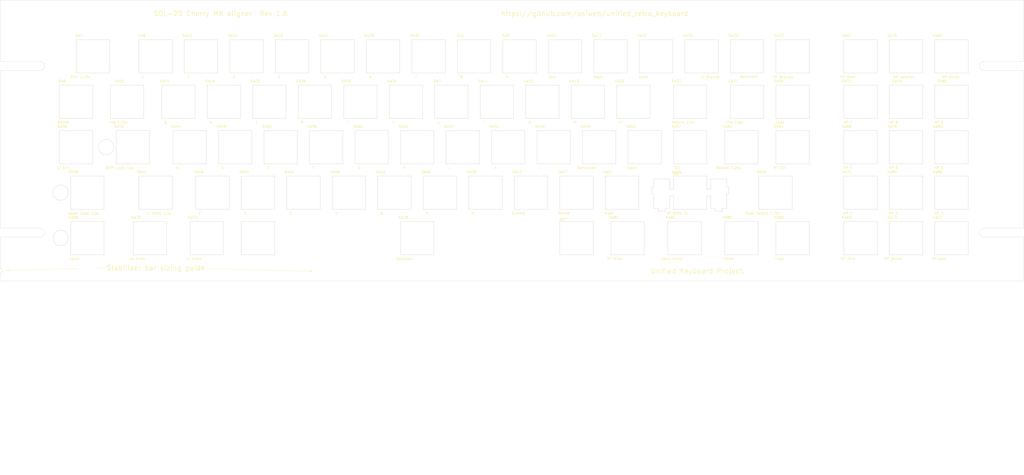
<source format=kicad_pcb>
(kicad_pcb (version 20171130) (host pcbnew "(5.1.6-0-10_14)")

  (general
    (thickness 1.6)
    (drawings 37)
    (tracks 0)
    (zones 0)
    (modules 95)
    (nets 1)
  )

  (page C)
  (title_block
    (title "Unified Retro Keyboard")
    (date 2020-08-15)
    (rev 1.6)
    (company OSIWeb.org)
    (comment 1 "Key aligner - Cherry")
  )

  (layers
    (0 F.Cu signal)
    (31 B.Cu signal)
    (32 B.Adhes user)
    (33 F.Adhes user)
    (34 B.Paste user)
    (35 F.Paste user)
    (36 B.SilkS user)
    (37 F.SilkS user)
    (38 B.Mask user)
    (39 F.Mask user)
    (40 Dwgs.User user)
    (41 Cmts.User user)
    (42 Eco1.User user)
    (43 Eco2.User user)
    (44 Edge.Cuts user)
    (45 Margin user)
    (46 B.CrtYd user)
    (47 F.CrtYd user)
    (48 B.Fab user)
    (49 F.Fab user)
  )

  (setup
    (last_trace_width 0.254)
    (user_trace_width 0.254)
    (user_trace_width 0.508)
    (user_trace_width 1.27)
    (trace_clearance 0.2)
    (zone_clearance 0.508)
    (zone_45_only no)
    (trace_min 0.2)
    (via_size 0.8128)
    (via_drill 0.4064)
    (via_min_size 0.4)
    (via_min_drill 0.3)
    (user_via 1.27 0.7112)
    (uvia_size 0.3048)
    (uvia_drill 0.1016)
    (uvias_allowed no)
    (uvia_min_size 0.2)
    (uvia_min_drill 0.1)
    (edge_width 0.05)
    (segment_width 0.2)
    (pcb_text_width 0.3)
    (pcb_text_size 1.5 1.5)
    (mod_edge_width 0.12)
    (mod_text_size 1 1)
    (mod_text_width 0.15)
    (pad_size 1.5875 1.5875)
    (pad_drill 1.5875)
    (pad_to_mask_clearance 0)
    (aux_axis_origin 61.4172 179.1081)
    (grid_origin 76.835 223.393)
    (visible_elements 7FFFEFFF)
    (pcbplotparams
      (layerselection 0x010f0_ffffffff)
      (usegerberextensions false)
      (usegerberattributes false)
      (usegerberadvancedattributes false)
      (creategerberjobfile false)
      (excludeedgelayer true)
      (linewidth 0.100000)
      (plotframeref false)
      (viasonmask false)
      (mode 1)
      (useauxorigin false)
      (hpglpennumber 1)
      (hpglpenspeed 20)
      (hpglpendiameter 15.000000)
      (psnegative false)
      (psa4output false)
      (plotreference true)
      (plotvalue true)
      (plotinvisibletext false)
      (padsonsilk false)
      (subtractmaskfromsilk false)
      (outputformat 1)
      (mirror false)
      (drillshape 0)
      (scaleselection 1)
      (outputdirectory "outputs"))
  )

  (net 0 "")

  (net_class Default "This is the default net class."
    (clearance 0.2)
    (trace_width 0.254)
    (via_dia 0.8128)
    (via_drill 0.4064)
    (uvia_dia 0.3048)
    (uvia_drill 0.1016)
    (diff_pair_width 0.2032)
    (diff_pair_gap 0.254)
  )

  (net_class power1 ""
    (clearance 0.254)
    (trace_width 1.27)
    (via_dia 1.27)
    (via_drill 0.7112)
    (uvia_dia 0.3048)
    (uvia_drill 0.1016)
    (diff_pair_width 0.2032)
    (diff_pair_gap 0.254)
  )

  (net_class signal ""
    (clearance 0.2032)
    (trace_width 0.254)
    (via_dia 0.8128)
    (via_drill 0.4064)
    (uvia_dia 0.3048)
    (uvia_drill 0.1016)
    (diff_pair_width 0.2032)
    (diff_pair_gap 0.254)
  )

  (module MountingHole:MountingHole_2.1mm (layer F.Cu) (tedit 5B924765) (tstamp 5EDE8AAF)
    (at 210.185 220.61678)
    (descr "Mounting Hole 2.1mm, no annular")
    (tags "mounting hole 2.1mm no annular")
    (attr virtual)
    (fp_text reference REF** (at 0 -3.2) (layer F.SilkS) hide
      (effects (font (size 1 1) (thickness 0.15)))
    )
    (fp_text value "Stabilizer sizing hole" (at 0 3.2) (layer F.Fab)
      (effects (font (size 1 1) (thickness 0.15)))
    )
    (fp_circle (center 0 0) (end 2.35 0) (layer F.CrtYd) (width 0.05))
    (fp_circle (center 0 0) (end 2.1 0) (layer Cmts.User) (width 0.15))
    (fp_text user Hole** (at 0.3 -2.54) (layer F.Fab)
      (effects (font (size 1 1) (thickness 0.15)))
    )
    (fp_text user %R (at 0.3 0) (layer F.Fab)
      (effects (font (size 1 1) (thickness 0.15)))
    )
    (pad "" np_thru_hole circle (at 0 0) (size 2.1 2.1) (drill 2.1) (layers *.Cu *.Mask))
  )

  (module unikbd:MX_2u_aligner locked (layer F.Cu) (tedit 5F206713) (tstamp 5E12D3B8)
    (at 365.75238 187.74156)
    (path /5BC3E99D/5BC6D0C2)
    (fp_text reference SW55 (at -5.7912 -8.6106) (layer F.SilkS)
      (effects (font (size 1 1) (thickness 0.15)))
    )
    (fp_text value "RT Shift: 2x" (at -5.334 8.6614) (layer F.SilkS)
      (effects (font (size 1 1) (thickness 0.15)))
    )
    (fp_line (start -6.985 -6.9596) (end 6.985 -6.9596) (layer Edge.Cuts) (width 0.12))
    (fp_line (start -6.985 -1.3716) (end -6.985 -6.9596) (layer Edge.Cuts) (width 0.12))
    (fp_line (start -8.6106 -5.6642) (end -8.6106 -1.3716) (layer Edge.Cuts) (width 0.12))
    (fp_line (start -15.2654 -5.6642) (end -8.6106 -5.6642) (layer Edge.Cuts) (width 0.12))
    (fp_line (start -15.2654 -2.2606) (end -15.2654 -5.6642) (layer Edge.Cuts) (width 0.12))
    (fp_line (start -16.129 -2.2606) (end -15.2654 -2.2606) (layer Edge.Cuts) (width 0.12))
    (fp_line (start -16.129 0.5334) (end -16.129 -2.2606) (layer Edge.Cuts) (width 0.12))
    (fp_line (start -15.2654 0.5334) (end -16.129 0.5334) (layer Edge.Cuts) (width 0.12))
    (fp_line (start -15.2654 6.6294) (end -15.2654 0.5334) (layer Edge.Cuts) (width 0.12))
    (fp_line (start -13.462 6.6294) (end -15.2654 6.6294) (layer Edge.Cuts) (width 0.12))
    (fp_line (start -13.462 7.7978) (end -13.462 6.6294) (layer Edge.Cuts) (width 0.12))
    (fp_line (start -10.414 7.7978) (end -13.462 7.7978) (layer Edge.Cuts) (width 0.12))
    (fp_line (start -10.414 6.6294) (end -10.414 7.7978) (layer Edge.Cuts) (width 0.12))
    (fp_line (start -8.6106 6.6294) (end -10.414 6.6294) (layer Edge.Cuts) (width 0.12))
    (fp_line (start -8.6106 1.4224) (end -8.6106 6.6294) (layer Edge.Cuts) (width 0.12))
    (fp_line (start -6.985 7.0104) (end -6.985 1.4224) (layer Edge.Cuts) (width 0.12))
    (fp_line (start 6.985 7.0104) (end -6.985 7.0104) (layer Edge.Cuts) (width 0.12))
    (fp_line (start 6.985 1.4224) (end 6.985 7.0104) (layer Edge.Cuts) (width 0.12))
    (fp_line (start 8.6106 6.6294) (end 8.6106 1.4224) (layer Edge.Cuts) (width 0.12))
    (fp_line (start 10.414 6.6294) (end 8.6106 6.6294) (layer Edge.Cuts) (width 0.12))
    (fp_line (start 10.414 7.7978) (end 10.414 6.6294) (layer Edge.Cuts) (width 0.12))
    (fp_line (start 13.462 7.7978) (end 10.414 7.7978) (layer Edge.Cuts) (width 0.12))
    (fp_line (start 8.6106 -1.3716) (end 8.6106 -5.6642) (layer Edge.Cuts) (width 0.12))
    (fp_line (start 8.6106 -5.6642) (end 15.2654 -5.6642) (layer Edge.Cuts) (width 0.12))
    (fp_line (start 6.985 -6.9596) (end 6.985 -1.3716) (layer Edge.Cuts) (width 0.12))
    (fp_line (start 13.462 6.6294) (end 13.462 7.7978) (layer Edge.Cuts) (width 0.12))
    (fp_line (start 15.2654 6.6294) (end 13.462 6.6294) (layer Edge.Cuts) (width 0.12))
    (fp_line (start 15.2654 0.5334) (end 15.2654 6.6294) (layer Edge.Cuts) (width 0.12))
    (fp_line (start 16.129 0.5334) (end 15.2654 0.5334) (layer Edge.Cuts) (width 0.12))
    (fp_line (start 16.129 -2.2606) (end 16.129 0.5334) (layer Edge.Cuts) (width 0.12))
    (fp_line (start 15.2654 -2.2606) (end 16.129 -2.2606) (layer Edge.Cuts) (width 0.12))
    (fp_line (start 15.2654 -5.6642) (end 15.2654 -2.2606) (layer Edge.Cuts) (width 0.12))
    (fp_line (start -8.6106 1.4224) (end -6.985 1.4224) (layer Edge.Cuts) (width 0.12))
    (fp_line (start -8.6106 -1.3716) (end -6.985 -1.3716) (layer Edge.Cuts) (width 0.12))
    (fp_line (start 6.985 -1.3716) (end 8.6106 -1.3716) (layer Edge.Cuts) (width 0.12))
    (fp_line (start 6.985 1.4224) (end 8.6106 1.4224) (layer Edge.Cuts) (width 0.12))
    (fp_text user SW** (at -5.334 -7.874) (layer F.SilkS)
      (effects (font (size 1 1) (thickness 0.15)))
    )
    (fp_text user MX_space_aligner (at -0.6096 7.9248) (layer B.Fab)
      (effects (font (size 1 1) (thickness 0.15)))
    )
  )

  (module unikbd:Key_MX_Aligner locked (layer F.Cu) (tedit 5F2062BA) (tstamp 5E12D408)
    (at 401.47113 187.74156)
    (path /5BC3E99D/5BC6D0C9)
    (fp_text reference SW59 (at -5.7912 -8.6106) (layer F.SilkS)
      (effects (font (size 1 1) (thickness 0.15)))
    )
    (fp_text value "Mode Select: 1.75x" (at -5.334 8.6614) (layer F.SilkS)
      (effects (font (size 1 1) (thickness 0.15)))
    )
    (fp_line (start -6.985 7.0104) (end 6.985 7.0104) (layer Edge.Cuts) (width 0.12))
    (fp_line (start -6.985 -6.9596) (end 6.985 -6.9596) (layer Edge.Cuts) (width 0.12))
    (fp_line (start 6.985 7.0104) (end 6.985 -6.9596) (layer Edge.Cuts) (width 0.12))
    (fp_line (start -6.985 -6.9596) (end -6.985 7.0104) (layer Edge.Cuts) (width 0.12))
  )

  (module unikbd:Key_MX_Aligner locked (layer F.Cu) (tedit 5F2062BA) (tstamp 5E12D458)
    (at 251.45238 168.69156)
    (path /5BC3E99D/5BC3FF70)
    (fp_text reference SW63 (at -5.7912 -8.6106) (layer F.SilkS)
      (effects (font (size 1 1) (thickness 0.15)))
    )
    (fp_text value H (at -5.334 8.6614) (layer F.SilkS)
      (effects (font (size 1 1) (thickness 0.15)))
    )
    (fp_line (start -6.985 7.0104) (end 6.985 7.0104) (layer Edge.Cuts) (width 0.12))
    (fp_line (start -6.985 -6.9596) (end 6.985 -6.9596) (layer Edge.Cuts) (width 0.12))
    (fp_line (start 6.985 7.0104) (end 6.985 -6.9596) (layer Edge.Cuts) (width 0.12))
    (fp_line (start -6.985 -6.9596) (end -6.985 7.0104) (layer Edge.Cuts) (width 0.12))
  )

  (module unikbd:Key_MX_Aligner locked (layer F.Cu) (tedit 5F2062BA) (tstamp 5E12D41C)
    (at 232.40238 168.69156)
    (path /5BC3E99D/5BC3FF77)
    (fp_text reference SW60 (at -5.7912 -8.6106) (layer F.SilkS)
      (effects (font (size 1 1) (thickness 0.15)))
    )
    (fp_text value G (at -5.334 8.6614) (layer F.SilkS)
      (effects (font (size 1 1) (thickness 0.15)))
    )
    (fp_line (start -6.985 7.0104) (end 6.985 7.0104) (layer Edge.Cuts) (width 0.12))
    (fp_line (start -6.985 -6.9596) (end 6.985 -6.9596) (layer Edge.Cuts) (width 0.12))
    (fp_line (start 6.985 7.0104) (end 6.985 -6.9596) (layer Edge.Cuts) (width 0.12))
    (fp_line (start -6.985 -6.9596) (end -6.985 7.0104) (layer Edge.Cuts) (width 0.12))
  )

  (module unikbd:Key_MX_Aligner locked (layer F.Cu) (tedit 5F2062BA) (tstamp 5E12D430)
    (at 387.18363 168.69156)
    (path /5BC3E99D/5BC6CD87)
    (fp_text reference SW61 (at -5.7912 -8.6106) (layer F.SilkS)
      (effects (font (size 1 1) (thickness 0.15)))
    )
    (fp_text value "Repeat: 1.25x" (at -5.334 8.6614) (layer F.SilkS)
      (effects (font (size 1 1) (thickness 0.15)))
    )
    (fp_line (start -6.985 7.0104) (end 6.985 7.0104) (layer Edge.Cuts) (width 0.12))
    (fp_line (start -6.985 -6.9596) (end 6.985 -6.9596) (layer Edge.Cuts) (width 0.12))
    (fp_line (start 6.985 7.0104) (end 6.985 -6.9596) (layer Edge.Cuts) (width 0.12))
    (fp_line (start -6.985 -6.9596) (end -6.985 7.0104) (layer Edge.Cuts) (width 0.12))
  )

  (module unikbd:Key_MX_Aligner locked (layer F.Cu) (tedit 5F2062BA) (tstamp 5E12D3CC)
    (at 213.35238 168.69156)
    (path /5BC3E99D/5BC3FF69)
    (fp_text reference SW56 (at -5.7912 -8.6106) (layer F.SilkS)
      (effects (font (size 1 1) (thickness 0.15)))
    )
    (fp_text value F (at -5.334 8.6614) (layer F.SilkS)
      (effects (font (size 1 1) (thickness 0.15)))
    )
    (fp_line (start -6.985 7.0104) (end 6.985 7.0104) (layer Edge.Cuts) (width 0.12))
    (fp_line (start -6.985 -6.9596) (end 6.985 -6.9596) (layer Edge.Cuts) (width 0.12))
    (fp_line (start 6.985 7.0104) (end 6.985 -6.9596) (layer Edge.Cuts) (width 0.12))
    (fp_line (start -6.985 -6.9596) (end -6.985 7.0104) (layer Edge.Cuts) (width 0.12))
  )

  (module unikbd:Key_MX_Aligner locked (layer F.Cu) (tedit 5F2062BA) (tstamp 5E12D46C)
    (at 408.61488 168.69156)
    (path /5BC3E99D/5BC6CD80)
    (fp_text reference SW64 (at -5.7912 -8.6106) (layer F.SilkS)
      (effects (font (size 1 1) (thickness 0.15)))
    )
    (fp_text value "RT Ctrl" (at -5.334 8.6614) (layer F.SilkS)
      (effects (font (size 1 1) (thickness 0.15)))
    )
    (fp_line (start -6.985 7.0104) (end 6.985 7.0104) (layer Edge.Cuts) (width 0.12))
    (fp_line (start -6.985 -6.9596) (end 6.985 -6.9596) (layer Edge.Cuts) (width 0.12))
    (fp_line (start 6.985 7.0104) (end 6.985 -6.9596) (layer Edge.Cuts) (width 0.12))
    (fp_line (start -6.985 -6.9596) (end -6.985 7.0104) (layer Edge.Cuts) (width 0.12))
  )

  (module unikbd:Key_MX_Aligner locked (layer F.Cu) (tedit 5F2062BA) (tstamp 5E12D250)
    (at 270.50238 168.69156)
    (path /5BC3E99D/5E1BE11F)
    (fp_text reference SW37 (at -5.7912 -8.6106) (layer F.SilkS)
      (effects (font (size 1 1) (thickness 0.15)))
    )
    (fp_text value J (at -5.334 8.6614) (layer F.SilkS)
      (effects (font (size 1 1) (thickness 0.15)))
    )
    (fp_line (start -6.985 7.0104) (end 6.985 7.0104) (layer Edge.Cuts) (width 0.12))
    (fp_line (start -6.985 -6.9596) (end 6.985 -6.9596) (layer Edge.Cuts) (width 0.12))
    (fp_line (start 6.985 7.0104) (end 6.985 -6.9596) (layer Edge.Cuts) (width 0.12))
    (fp_line (start -6.985 -6.9596) (end -6.985 7.0104) (layer Edge.Cuts) (width 0.12))
  )

  (module unikbd:Key_MX_Aligner locked (layer F.Cu) (tedit 5F2062BA) (tstamp 5E12D55C)
    (at 456.11288 168.69156)
    (path /5E16AC8E/5E1BE10C)
    (fp_text reference SW76 (at -5.7912 -8.6106) (layer F.SilkS)
      (effects (font (size 1 1) (thickness 0.15)))
    )
    (fp_text value "NP 5" (at -5.334 8.6614) (layer F.SilkS)
      (effects (font (size 1 1) (thickness 0.15)))
    )
    (fp_line (start -6.985 7.0104) (end 6.985 7.0104) (layer Edge.Cuts) (width 0.12))
    (fp_line (start -6.985 -6.9596) (end 6.985 -6.9596) (layer Edge.Cuts) (width 0.12))
    (fp_line (start 6.985 7.0104) (end 6.985 -6.9596) (layer Edge.Cuts) (width 0.12))
    (fp_line (start -6.985 -6.9596) (end -6.985 7.0104) (layer Edge.Cuts) (width 0.12))
  )

  (module unikbd:Key_MX_Aligner locked (layer F.Cu) (tedit 5F2062BA) (tstamp 5E12D28C)
    (at 132.38988 168.69156)
    (path /5BC3E99D/5BC3FD26)
    (fp_text reference SW40 (at -5.7912 -8.6106) (layer F.SilkS)
      (effects (font (size 1 1) (thickness 0.15)))
    )
    (fp_text value "Shift Lock: 1.5x" (at -5.334 8.6614) (layer F.SilkS)
      (effects (font (size 1 1) (thickness 0.15)))
    )
    (fp_line (start -6.985 7.0104) (end 6.985 7.0104) (layer Edge.Cuts) (width 0.12))
    (fp_line (start -6.985 -6.9596) (end 6.985 -6.9596) (layer Edge.Cuts) (width 0.12))
    (fp_line (start 6.985 7.0104) (end 6.985 -6.9596) (layer Edge.Cuts) (width 0.12))
    (fp_line (start -6.985 -6.9596) (end -6.985 7.0104) (layer Edge.Cuts) (width 0.12))
  )

  (module unikbd:Key_MX_Aligner locked (layer F.Cu) (tedit 5F2062BA) (tstamp 5E12D2A0)
    (at 289.55238 168.69156)
    (path /5BC3E99D/5BC6CD5D)
    (fp_text reference SW41 (at -5.7912 -8.6106) (layer F.SilkS)
      (effects (font (size 1 1) (thickness 0.15)))
    )
    (fp_text value K (at -5.334 8.6614) (layer F.SilkS)
      (effects (font (size 1 1) (thickness 0.15)))
    )
    (fp_line (start -6.985 7.0104) (end 6.985 7.0104) (layer Edge.Cuts) (width 0.12))
    (fp_line (start -6.985 -6.9596) (end 6.985 -6.9596) (layer Edge.Cuts) (width 0.12))
    (fp_line (start 6.985 7.0104) (end 6.985 -6.9596) (layer Edge.Cuts) (width 0.12))
    (fp_line (start -6.985 -6.9596) (end -6.985 7.0104) (layer Edge.Cuts) (width 0.12))
  )

  (module unikbd:Key_MX_Aligner locked (layer F.Cu) (tedit 5F2062BA) (tstamp 5E12D2DC)
    (at 156.20238 168.69156)
    (path /5BC3E99D/5BC3FE57)
    (fp_text reference SW44 (at -5.7912 -8.6106) (layer F.SilkS)
      (effects (font (size 1 1) (thickness 0.15)))
    )
    (fp_text value A (at -5.334 8.6614) (layer F.SilkS)
      (effects (font (size 1 1) (thickness 0.15)))
    )
    (fp_line (start -6.985 7.0104) (end 6.985 7.0104) (layer Edge.Cuts) (width 0.12))
    (fp_line (start -6.985 -6.9596) (end 6.985 -6.9596) (layer Edge.Cuts) (width 0.12))
    (fp_line (start 6.985 7.0104) (end 6.985 -6.9596) (layer Edge.Cuts) (width 0.12))
    (fp_line (start -6.985 -6.9596) (end -6.985 7.0104) (layer Edge.Cuts) (width 0.12))
  )

  (module unikbd:Key_MX_Aligner locked (layer F.Cu) (tedit 5F2062BA) (tstamp 5E12D2F0)
    (at 308.60238 168.69156)
    (path /5BC3E99D/5BC6CD6B)
    (fp_text reference SW45 (at -5.7912 -8.6106) (layer F.SilkS)
      (effects (font (size 1 1) (thickness 0.15)))
    )
    (fp_text value L (at -5.334 8.6614) (layer F.SilkS)
      (effects (font (size 1 1) (thickness 0.15)))
    )
    (fp_line (start -6.985 7.0104) (end 6.985 7.0104) (layer Edge.Cuts) (width 0.12))
    (fp_line (start -6.985 -6.9596) (end 6.985 -6.9596) (layer Edge.Cuts) (width 0.12))
    (fp_line (start 6.985 7.0104) (end 6.985 -6.9596) (layer Edge.Cuts) (width 0.12))
    (fp_line (start -6.985 -6.9596) (end -6.985 7.0104) (layer Edge.Cuts) (width 0.12))
  )

  (module unikbd:Key_MX_Aligner locked (layer F.Cu) (tedit 5F2062BA) (tstamp 5E12D32C)
    (at 175.25238 168.69156)
    (path /5BC3E99D/5E1BE11D)
    (fp_text reference SW48 (at -5.7912 -8.6106) (layer F.SilkS)
      (effects (font (size 1 1) (thickness 0.15)))
    )
    (fp_text value S (at -5.334 8.6614) (layer F.SilkS)
      (effects (font (size 1 1) (thickness 0.15)))
    )
    (fp_line (start -6.985 7.0104) (end 6.985 7.0104) (layer Edge.Cuts) (width 0.12))
    (fp_line (start -6.985 -6.9596) (end 6.985 -6.9596) (layer Edge.Cuts) (width 0.12))
    (fp_line (start 6.985 7.0104) (end 6.985 -6.9596) (layer Edge.Cuts) (width 0.12))
    (fp_line (start -6.985 -6.9596) (end -6.985 7.0104) (layer Edge.Cuts) (width 0.12))
  )

  (module unikbd:Key_MX_Aligner locked (layer F.Cu) (tedit 5F2062BA) (tstamp 5E12D340)
    (at 327.65238 168.69156)
    (path /5BC3E99D/5BC6CD64)
    (fp_text reference SW49 (at -5.7912 -8.6106) (layer F.SilkS)
      (effects (font (size 1 1) (thickness 0.15)))
    )
    (fp_text value Semicolon (at -5.334 8.6614) (layer F.SilkS)
      (effects (font (size 1 1) (thickness 0.15)))
    )
    (fp_line (start -6.985 7.0104) (end 6.985 7.0104) (layer Edge.Cuts) (width 0.12))
    (fp_line (start -6.985 -6.9596) (end 6.985 -6.9596) (layer Edge.Cuts) (width 0.12))
    (fp_line (start 6.985 7.0104) (end 6.985 -6.9596) (layer Edge.Cuts) (width 0.12))
    (fp_line (start -6.985 -6.9596) (end -6.985 7.0104) (layer Edge.Cuts) (width 0.12))
  )

  (module unikbd:Key_MX_Aligner locked (layer F.Cu) (tedit 5F2062BA) (tstamp 5E12D37C)
    (at 194.30238 168.69156)
    (path /5BC3E99D/5E0AC938)
    (fp_text reference SW52 (at -5.7912 -8.6106) (layer F.SilkS)
      (effects (font (size 1 1) (thickness 0.15)))
    )
    (fp_text value D (at -5.334 8.6614) (layer F.SilkS)
      (effects (font (size 1 1) (thickness 0.15)))
    )
    (fp_line (start -6.985 7.0104) (end 6.985 7.0104) (layer Edge.Cuts) (width 0.12))
    (fp_line (start -6.985 -6.9596) (end 6.985 -6.9596) (layer Edge.Cuts) (width 0.12))
    (fp_line (start 6.985 7.0104) (end 6.985 -6.9596) (layer Edge.Cuts) (width 0.12))
    (fp_line (start -6.985 -6.9596) (end -6.985 7.0104) (layer Edge.Cuts) (width 0.12))
  )

  (module unikbd:Key_MX_Aligner locked (layer F.Cu) (tedit 5F2062BA) (tstamp 5E12D390)
    (at 346.70238 168.69156)
    (path /5BC3E99D/5BC6CD72)
    (fp_text reference SW53 (at -5.7912 -8.6106) (layer F.SilkS)
      (effects (font (size 1 1) (thickness 0.15)))
    )
    (fp_text value Colon (at -5.334 8.6614) (layer F.SilkS)
      (effects (font (size 1 1) (thickness 0.15)))
    )
    (fp_line (start -6.985 7.0104) (end 6.985 7.0104) (layer Edge.Cuts) (width 0.12))
    (fp_line (start -6.985 -6.9596) (end 6.985 -6.9596) (layer Edge.Cuts) (width 0.12))
    (fp_line (start 6.985 7.0104) (end 6.985 -6.9596) (layer Edge.Cuts) (width 0.12))
    (fp_line (start -6.985 -6.9596) (end -6.985 7.0104) (layer Edge.Cuts) (width 0.12))
  )

  (module unikbd:Key_MX_Aligner locked (layer F.Cu) (tedit 5F2062BA) (tstamp 5E12D4BC)
    (at 437.06288 168.69156)
    (path /5E16AC8E/5E1BE109)
    (fp_text reference SW68 (at -5.7912 -8.6106) (layer F.SilkS)
      (effects (font (size 1 1) (thickness 0.15)))
    )
    (fp_text value "NP 4" (at -5.334 8.6614) (layer F.SilkS)
      (effects (font (size 1 1) (thickness 0.15)))
    )
    (fp_line (start -6.985 7.0104) (end 6.985 7.0104) (layer Edge.Cuts) (width 0.12))
    (fp_line (start -6.985 -6.9596) (end 6.985 -6.9596) (layer Edge.Cuts) (width 0.12))
    (fp_line (start 6.985 7.0104) (end 6.985 -6.9596) (layer Edge.Cuts) (width 0.12))
    (fp_line (start -6.985 -6.9596) (end -6.985 7.0104) (layer Edge.Cuts) (width 0.12))
  )

  (module unikbd:Key_MX_Aligner locked (layer F.Cu) (tedit 5F2062BA) (tstamp 5E12D5E8)
    (at 475.16288 168.69156)
    (path /5E16AC8E/5E1BE10D)
    (fp_text reference SW83 (at -5.7912 -8.6106) (layer F.SilkS)
      (effects (font (size 1 1) (thickness 0.15)))
    )
    (fp_text value "NP 6" (at -5.334 8.6614) (layer F.SilkS)
      (effects (font (size 1 1) (thickness 0.15)))
    )
    (fp_line (start -6.985 7.0104) (end 6.985 7.0104) (layer Edge.Cuts) (width 0.12))
    (fp_line (start -6.985 -6.9596) (end 6.985 -6.9596) (layer Edge.Cuts) (width 0.12))
    (fp_line (start 6.985 7.0104) (end 6.985 -6.9596) (layer Edge.Cuts) (width 0.12))
    (fp_line (start -6.985 -6.9596) (end -6.985 7.0104) (layer Edge.Cuts) (width 0.12))
  )

  (module unikbd:Key_MX_Aligner locked (layer F.Cu) (tedit 5F2062BA) (tstamp 5E12D3E0)
    (at 365.75238 168.69156)
    (path /5BC3E99D/5BC6CD79)
    (fp_text reference SW57 (at -5.7912 -8.6106) (layer F.SilkS)
      (effects (font (size 1 1) (thickness 0.15)))
    )
    (fp_text value DEL (at -5.334 8.6614) (layer F.SilkS)
      (effects (font (size 1 1) (thickness 0.15)))
    )
    (fp_line (start -6.985 7.0104) (end 6.985 7.0104) (layer Edge.Cuts) (width 0.12))
    (fp_line (start -6.985 -6.9596) (end 6.985 -6.9596) (layer Edge.Cuts) (width 0.12))
    (fp_line (start 6.985 7.0104) (end 6.985 -6.9596) (layer Edge.Cuts) (width 0.12))
    (fp_line (start -6.985 -6.9596) (end -6.985 7.0104) (layer Edge.Cuts) (width 0.12))
  )

  (module unikbd:Key_MX_Aligner locked (layer F.Cu) (tedit 5F2062BA) (tstamp 5E12D3A4)
    (at 203.82738 187.74156)
    (path /5BC3E99D/5BC6CEF2)
    (fp_text reference SW54 (at -5.7912 -8.6106) (layer F.SilkS)
      (effects (font (size 1 1) (thickness 0.15)))
    )
    (fp_text value C (at -5.334 8.6614) (layer F.SilkS)
      (effects (font (size 1 1) (thickness 0.15)))
    )
    (fp_line (start -6.985 7.0104) (end 6.985 7.0104) (layer Edge.Cuts) (width 0.12))
    (fp_line (start -6.985 -6.9596) (end 6.985 -6.9596) (layer Edge.Cuts) (width 0.12))
    (fp_line (start 6.985 7.0104) (end 6.985 -6.9596) (layer Edge.Cuts) (width 0.12))
    (fp_line (start -6.985 -6.9596) (end -6.985 7.0104) (layer Edge.Cuts) (width 0.12))
  )

  (module unikbd:Key_MX_Aligner locked (layer F.Cu) (tedit 5F2062BA) (tstamp 5E6EC726)
    (at 163.34613 206.79156)
    (path /5E16AC8E/5E1BE0F6)
    (fp_text reference SW74 (at -5.7912 -8.6106) (layer F.SilkS)
      (effects (font (size 1 1) (thickness 0.15)))
    )
    (fp_text value "LT Arrow" (at -5.334 8.6614) (layer F.SilkS)
      (effects (font (size 1 1) (thickness 0.15)))
    )
    (fp_line (start -6.985 7.0104) (end 6.985 7.0104) (layer Edge.Cuts) (width 0.12))
    (fp_line (start -6.985 -6.9596) (end 6.985 -6.9596) (layer Edge.Cuts) (width 0.12))
    (fp_line (start 6.985 7.0104) (end 6.985 -6.9596) (layer Edge.Cuts) (width 0.12))
    (fp_line (start -6.985 -6.9596) (end -6.985 7.0104) (layer Edge.Cuts) (width 0.12))
  )

  (module unikbd:Key_MX_Aligner locked (layer F.Cu) (tedit 5F2062BA) (tstamp 5E120789)
    (at 475.16288 149.64156)
    (path /5E16AC8E/5E1BE103)
    (fp_text reference SW85 (at -4.03098 -8.56996) (layer F.SilkS)
      (effects (font (size 1 1) (thickness 0.15)))
    )
    (fp_text value "NP 9" (at -5.334 8.6614) (layer F.SilkS)
      (effects (font (size 1 1) (thickness 0.15)))
    )
    (fp_line (start -6.985 7.0104) (end 6.985 7.0104) (layer Edge.Cuts) (width 0.12))
    (fp_line (start -6.985 -6.9596) (end 6.985 -6.9596) (layer Edge.Cuts) (width 0.12))
    (fp_line (start 6.985 7.0104) (end 6.985 -6.9596) (layer Edge.Cuts) (width 0.12))
    (fp_line (start -6.985 -6.9596) (end -6.985 7.0104) (layer Edge.Cuts) (width 0.12))
  )

  (module unikbd:Key_MX_Aligner locked (layer F.Cu) (tedit 5F2062BA) (tstamp 5E12D1C4)
    (at 227.63988 149.64156)
    (path /5BC3EA0A/5BCAF420)
    (fp_text reference SW30 (at -5.7912 -8.6106) (layer F.SilkS)
      (effects (font (size 1 1) (thickness 0.15)))
    )
    (fp_text value T (at -5.334 8.6614) (layer F.SilkS)
      (effects (font (size 1 1) (thickness 0.15)))
    )
    (fp_line (start -6.985 7.0104) (end 6.985 7.0104) (layer Edge.Cuts) (width 0.12))
    (fp_line (start -6.985 -6.9596) (end 6.985 -6.9596) (layer Edge.Cuts) (width 0.12))
    (fp_line (start 6.985 7.0104) (end 6.985 -6.9596) (layer Edge.Cuts) (width 0.12))
    (fp_line (start -6.985 -6.9596) (end -6.985 7.0104) (layer Edge.Cuts) (width 0.12))
  )

  (module unikbd:Key_MX_Aligner locked (layer F.Cu) (tedit 5F2062BA) (tstamp 5E12D64C)
    (at 408.61488 206.79156)
    (path /5E16AC8E/5E1BE0F8)
    (fp_text reference SW88 (at -5.7912 -8.6106) (layer F.SilkS)
      (effects (font (size 1 1) (thickness 0.15)))
    )
    (fp_text value Clear (at -5.334 8.6614) (layer F.SilkS)
      (effects (font (size 1 1) (thickness 0.15)))
    )
    (fp_line (start -6.985 7.0104) (end 6.985 7.0104) (layer Edge.Cuts) (width 0.12))
    (fp_line (start -6.985 -6.9596) (end 6.985 -6.9596) (layer Edge.Cuts) (width 0.12))
    (fp_line (start 6.985 7.0104) (end 6.985 -6.9596) (layer Edge.Cuts) (width 0.12))
    (fp_line (start -6.985 -6.9596) (end -6.985 7.0104) (layer Edge.Cuts) (width 0.12))
  )

  (module unikbd:Key_MX_Aligner locked (layer F.Cu) (tedit 5F2062BA) (tstamp 5E12D638)
    (at 387.18363 206.79156)
    (path /5E16AC8E/5E1BE0F9)
    (fp_text reference SW87 (at -5.7912 -8.6106) (layer F.SilkS)
      (effects (font (size 1 1) (thickness 0.15)))
    )
    (fp_text value Home (at -5.334 8.6614) (layer F.SilkS)
      (effects (font (size 1 1) (thickness 0.15)))
    )
    (fp_line (start -6.985 7.0104) (end 6.985 7.0104) (layer Edge.Cuts) (width 0.12))
    (fp_line (start -6.985 -6.9596) (end 6.985 -6.9596) (layer Edge.Cuts) (width 0.12))
    (fp_line (start 6.985 7.0104) (end 6.985 -6.9596) (layer Edge.Cuts) (width 0.12))
    (fp_line (start -6.985 -6.9596) (end -6.985 7.0104) (layer Edge.Cuts) (width 0.12))
  )

  (module unikbd:Key_MX_Aligner locked (layer F.Cu) (tedit 5F2062BA) (tstamp 5E12D624)
    (at 475.16288 187.74156)
    (path /5E16AC8E/5E1BE10E)
    (fp_text reference SW86 (at -5.7912 -8.6106) (layer F.SilkS)
      (effects (font (size 1 1) (thickness 0.15)))
    )
    (fp_text value "NP 3" (at -5.334 8.6614) (layer F.SilkS)
      (effects (font (size 1 1) (thickness 0.15)))
    )
    (fp_line (start -6.985 7.0104) (end 6.985 7.0104) (layer Edge.Cuts) (width 0.12))
    (fp_line (start -6.985 -6.9596) (end 6.985 -6.9596) (layer Edge.Cuts) (width 0.12))
    (fp_line (start 6.985 7.0104) (end 6.985 -6.9596) (layer Edge.Cuts) (width 0.12))
    (fp_line (start -6.985 -6.9596) (end -6.985 7.0104) (layer Edge.Cuts) (width 0.12))
  )

  (module unikbd:Key_MX_Aligner locked (layer F.Cu) (tedit 5F2062BA) (tstamp 5E12D5FC)
    (at 363.37113 206.79156)
    (path /5E16AC8E/5E1BE0F7)
    (fp_text reference SW84 (at -5.7912 -8.6106) (layer F.SilkS)
      (effects (font (size 1 1) (thickness 0.15)))
    )
    (fp_text value "Down Arrow" (at -5.334 8.6614) (layer F.SilkS)
      (effects (font (size 1 1) (thickness 0.15)))
    )
    (fp_line (start -6.985 7.0104) (end 6.985 7.0104) (layer Edge.Cuts) (width 0.12))
    (fp_line (start -6.985 -6.9596) (end 6.985 -6.9596) (layer Edge.Cuts) (width 0.12))
    (fp_line (start 6.985 7.0104) (end 6.985 -6.9596) (layer Edge.Cuts) (width 0.12))
    (fp_line (start -6.985 -6.9596) (end -6.985 7.0104) (layer Edge.Cuts) (width 0.12))
  )

  (module unikbd:Key_MX_Aligner locked (layer F.Cu) (tedit 5F2062BA) (tstamp 5E12D5D4)
    (at 475.16288 130.59156)
    (path /5E16AC8E/5E1BE102)
    (fp_text reference SW82 (at -5.7912 -8.6106) (layer F.SilkS)
      (effects (font (size 1 1) (thickness 0.15)))
    )
    (fp_text value "NP divide" (at -0.29718 8.72744) (layer F.SilkS)
      (effects (font (size 1 1) (thickness 0.15)))
    )
    (fp_line (start -6.985 7.0104) (end 6.985 7.0104) (layer Edge.Cuts) (width 0.12))
    (fp_line (start -6.985 -6.9596) (end 6.985 -6.9596) (layer Edge.Cuts) (width 0.12))
    (fp_line (start 6.985 7.0104) (end 6.985 -6.9596) (layer Edge.Cuts) (width 0.12))
    (fp_line (start -6.985 -6.9596) (end -6.985 7.0104) (layer Edge.Cuts) (width 0.12))
  )

  (module unikbd:Key_MX_Aligner locked (layer F.Cu) (tedit 5F2062BA) (tstamp 5E10B4C4)
    (at 339.55863 206.79156)
    (path /5E16AC8E/5E1BE119)
    (fp_text reference SW81 (at -5.7912 -8.6106) (layer F.SilkS)
      (effects (font (size 1 1) (thickness 0.15)))
    )
    (fp_text value "RT Arrow" (at -5.334 8.6614) (layer F.SilkS)
      (effects (font (size 1 1) (thickness 0.15)))
    )
    (fp_line (start -6.985 7.0104) (end 6.985 7.0104) (layer Edge.Cuts) (width 0.12))
    (fp_line (start -6.985 -6.9596) (end 6.985 -6.9596) (layer Edge.Cuts) (width 0.12))
    (fp_line (start 6.985 7.0104) (end 6.985 -6.9596) (layer Edge.Cuts) (width 0.12))
    (fp_line (start -6.985 -6.9596) (end -6.985 7.0104) (layer Edge.Cuts) (width 0.12))
  )

  (module unikbd:Key_MX_Aligner locked (layer F.Cu) (tedit 5F2062BA) (tstamp 5E12D5AC)
    (at 456.11288 187.74156)
    (path /5E16AC8E/5E1BE10B)
    (fp_text reference SW80 (at -5.7912 -8.6106) (layer F.SilkS)
      (effects (font (size 1 1) (thickness 0.15)))
    )
    (fp_text value "NP 2" (at -5.334 8.6614) (layer F.SilkS)
      (effects (font (size 1 1) (thickness 0.15)))
    )
    (fp_line (start -6.985 7.0104) (end 6.985 7.0104) (layer Edge.Cuts) (width 0.12))
    (fp_line (start -6.985 -6.9596) (end 6.985 -6.9596) (layer Edge.Cuts) (width 0.12))
    (fp_line (start 6.985 7.0104) (end 6.985 -6.9596) (layer Edge.Cuts) (width 0.12))
    (fp_line (start -6.985 -6.9596) (end -6.985 7.0104) (layer Edge.Cuts) (width 0.12))
  )

  (module unikbd:Key_MX_Aligner locked (layer F.Cu) (tedit 5F2062BA) (tstamp 5E12D598)
    (at 456.11288 149.64156)
    (path /5E16AC8E/5E1BE100)
    (fp_text reference SW79 (at -3.75158 -8.56996) (layer F.SilkS)
      (effects (font (size 1 1) (thickness 0.15)))
    )
    (fp_text value "NP 8" (at -5.334 8.6614) (layer F.SilkS)
      (effects (font (size 1 1) (thickness 0.15)))
    )
    (fp_line (start -6.985 7.0104) (end 6.985 7.0104) (layer Edge.Cuts) (width 0.12))
    (fp_line (start -6.985 -6.9596) (end 6.985 -6.9596) (layer Edge.Cuts) (width 0.12))
    (fp_line (start 6.985 7.0104) (end 6.985 -6.9596) (layer Edge.Cuts) (width 0.12))
    (fp_line (start -6.985 -6.9596) (end -6.985 7.0104) (layer Edge.Cuts) (width 0.12))
  )

  (module unikbd:Key_MX_Aligner locked (layer F.Cu) (tedit 5F2062BA) (tstamp 5E12D570)
    (at 475.16288 206.79156)
    (path /5E16AC8E/5E1BE116)
    (fp_text reference SW77 (at -5.7912 -8.6106) (layer F.SilkS)
      (effects (font (size 1 1) (thickness 0.15)))
    )
    (fp_text value "NP plus" (at -5.334 8.6614) (layer F.SilkS)
      (effects (font (size 1 1) (thickness 0.15)))
    )
    (fp_line (start -6.985 7.0104) (end 6.985 7.0104) (layer Edge.Cuts) (width 0.12))
    (fp_line (start -6.985 -6.9596) (end 6.985 -6.9596) (layer Edge.Cuts) (width 0.12))
    (fp_line (start 6.985 7.0104) (end 6.985 -6.9596) (layer Edge.Cuts) (width 0.12))
    (fp_line (start -6.985 -6.9596) (end -6.985 7.0104) (layer Edge.Cuts) (width 0.12))
  )

  (module unikbd:Key_MX_Aligner locked (layer F.Cu) (tedit 5F2062BA) (tstamp 5E114E20)
    (at 456.11288 130.59156)
    (path /5E16AC8E/5E1BE101)
    (fp_text reference SW75 (at -5.7912 -8.6106) (layer F.SilkS)
      (effects (font (size 1 1) (thickness 0.15)))
    )
    (fp_text value "NP asterisk" (at -0.88138 8.72744) (layer F.SilkS)
      (effects (font (size 1 1) (thickness 0.15)))
    )
    (fp_line (start -6.985 7.0104) (end 6.985 7.0104) (layer Edge.Cuts) (width 0.12))
    (fp_line (start -6.985 -6.9596) (end 6.985 -6.9596) (layer Edge.Cuts) (width 0.12))
    (fp_line (start 6.985 7.0104) (end 6.985 -6.9596) (layer Edge.Cuts) (width 0.12))
    (fp_line (start -6.985 -6.9596) (end -6.985 7.0104) (layer Edge.Cuts) (width 0.12))
  )

  (module unikbd:Key_MX_Aligner locked (layer F.Cu) (tedit 5F2062BA) (tstamp 5E12D520)
    (at 456.11288 206.79156)
    (path /5E16AC8E/5BC6D0AD)
    (fp_text reference SW73 (at -5.7912 -8.6106) (layer F.SilkS)
      (effects (font (size 1 1) (thickness 0.15)))
    )
    (fp_text value "NP period" (at -5.334 8.6614) (layer F.SilkS)
      (effects (font (size 1 1) (thickness 0.15)))
    )
    (fp_line (start -6.985 7.0104) (end 6.985 7.0104) (layer Edge.Cuts) (width 0.12))
    (fp_line (start -6.985 -6.9596) (end 6.985 -6.9596) (layer Edge.Cuts) (width 0.12))
    (fp_line (start 6.985 7.0104) (end 6.985 -6.9596) (layer Edge.Cuts) (width 0.12))
    (fp_line (start -6.985 -6.9596) (end -6.985 7.0104) (layer Edge.Cuts) (width 0.12))
  )

  (module unikbd:Key_MX_Aligner locked (layer F.Cu) (tedit 5F2062BA) (tstamp 5E12D50C)
    (at 437.06288 187.74156)
    (path /5E16AC8E/5E1BE10A)
    (fp_text reference SW72 (at -5.7912 -8.6106) (layer F.SilkS)
      (effects (font (size 1 1) (thickness 0.15)))
    )
    (fp_text value "NP 1" (at -5.334 8.6614) (layer F.SilkS)
      (effects (font (size 1 1) (thickness 0.15)))
    )
    (fp_line (start -6.985 7.0104) (end 6.985 7.0104) (layer Edge.Cuts) (width 0.12))
    (fp_line (start -6.985 -6.9596) (end 6.985 -6.9596) (layer Edge.Cuts) (width 0.12))
    (fp_line (start 6.985 7.0104) (end 6.985 -6.9596) (layer Edge.Cuts) (width 0.12))
    (fp_line (start -6.985 -6.9596) (end -6.985 7.0104) (layer Edge.Cuts) (width 0.12))
  )

  (module unikbd:Key_MX_Aligner locked (layer F.Cu) (tedit 5F2062BA) (tstamp 5E12D4F8)
    (at 437.06288 149.64156)
    (path /5E16AC8E/5E1BE0FF)
    (fp_text reference SW71 (at -5.7912 -8.6106) (layer F.SilkS)
      (effects (font (size 1 1) (thickness 0.15)))
    )
    (fp_text value "NP 7" (at -5.334 8.6614) (layer F.SilkS)
      (effects (font (size 1 1) (thickness 0.15)))
    )
    (fp_line (start -6.985 7.0104) (end 6.985 7.0104) (layer Edge.Cuts) (width 0.12))
    (fp_line (start -6.985 -6.9596) (end 6.985 -6.9596) (layer Edge.Cuts) (width 0.12))
    (fp_line (start 6.985 7.0104) (end 6.985 -6.9596) (layer Edge.Cuts) (width 0.12))
    (fp_line (start -6.985 -6.9596) (end -6.985 7.0104) (layer Edge.Cuts) (width 0.12))
  )

  (module unikbd:Key_MX_Aligner locked (layer F.Cu) (tedit 5F2062BA) (tstamp 5E12D4E4)
    (at 139.53363 206.79156)
    (path /5E16AC8E/5E1BE0F5)
    (fp_text reference SW70 (at -5.7912 -8.6106) (layer F.SilkS)
      (effects (font (size 1 1) (thickness 0.15)))
    )
    (fp_text value "Up Arrow" (at -5.334 8.6614) (layer F.SilkS)
      (effects (font (size 1 1) (thickness 0.15)))
    )
    (fp_line (start -6.985 7.0104) (end 6.985 7.0104) (layer Edge.Cuts) (width 0.12))
    (fp_line (start -6.985 -6.9596) (end 6.985 -6.9596) (layer Edge.Cuts) (width 0.12))
    (fp_line (start 6.985 7.0104) (end 6.985 -6.9596) (layer Edge.Cuts) (width 0.12))
    (fp_line (start -6.985 -6.9596) (end -6.985 7.0104) (layer Edge.Cuts) (width 0.12))
  )

  (module unikbd:Key_MX_Aligner locked (layer F.Cu) (tedit 5F2062BA) (tstamp 5E12D4D0)
    (at 437.06288 206.79156)
    (path /5E16AC8E/5E149AE2)
    (fp_text reference SW69 (at -5.7912 -8.6106) (layer F.SilkS)
      (effects (font (size 1 1) (thickness 0.15)))
    )
    (fp_text value "NP Zero" (at -5.334 8.6614) (layer F.SilkS)
      (effects (font (size 1 1) (thickness 0.15)))
    )
    (fp_line (start -6.985 7.0104) (end 6.985 7.0104) (layer Edge.Cuts) (width 0.12))
    (fp_line (start -6.985 -6.9596) (end 6.985 -6.9596) (layer Edge.Cuts) (width 0.12))
    (fp_line (start 6.985 7.0104) (end 6.985 -6.9596) (layer Edge.Cuts) (width 0.12))
    (fp_line (start -6.985 -6.9596) (end -6.985 7.0104) (layer Edge.Cuts) (width 0.12))
  )

  (module unikbd:Key_MX_Aligner locked (layer F.Cu) (tedit 5F2062BA) (tstamp 5E12D4A8)
    (at 437.06288 130.59156)
    (path /5E16AC8E/5E13E76B)
    (fp_text reference SW67 (at -5.7912 -8.6106) (layer F.SilkS)
      (effects (font (size 1 1) (thickness 0.15)))
    )
    (fp_text value "NP Dash" (at -5.334 8.6614) (layer F.SilkS)
      (effects (font (size 1 1) (thickness 0.15)))
    )
    (fp_line (start -6.985 7.0104) (end 6.985 7.0104) (layer Edge.Cuts) (width 0.12))
    (fp_line (start -6.985 -6.9596) (end 6.985 -6.9596) (layer Edge.Cuts) (width 0.12))
    (fp_line (start 6.985 7.0104) (end 6.985 -6.9596) (layer Edge.Cuts) (width 0.12))
    (fp_line (start -6.985 -6.9596) (end -6.985 7.0104) (layer Edge.Cuts) (width 0.12))
  )

  (module unikbd:Key_MX_Aligner locked (layer F.Cu) (tedit 5F2062BA) (tstamp 5E12D494)
    (at 113.33988 206.79156)
    (path /5E16AC8E/5E12EFC1)
    (fp_text reference SW66 (at -5.7912 -8.6106) (layer F.SilkS)
      (effects (font (size 1 1) (thickness 0.15)))
    )
    (fp_text value Local (at -5.334 8.6614) (layer F.SilkS)
      (effects (font (size 1 1) (thickness 0.15)))
    )
    (fp_line (start -6.985 7.0104) (end 6.985 7.0104) (layer Edge.Cuts) (width 0.12))
    (fp_line (start -6.985 -6.9596) (end 6.985 -6.9596) (layer Edge.Cuts) (width 0.12))
    (fp_line (start 6.985 7.0104) (end 6.985 -6.9596) (layer Edge.Cuts) (width 0.12))
    (fp_line (start -6.985 -6.9596) (end -6.985 7.0104) (layer Edge.Cuts) (width 0.12))
  )

  (module unikbd:Key_MX_Aligner locked (layer F.Cu) (tedit 5F2062BA) (tstamp 5E12D480)
    (at 260.97738 187.74156)
    (path /5BC3E99D/5BC6CF00)
    (fp_text reference SW65 (at -5.7912 -8.6106) (layer F.SilkS)
      (effects (font (size 1 1) (thickness 0.15)))
    )
    (fp_text value N (at -5.334 8.6614) (layer F.SilkS)
      (effects (font (size 1 1) (thickness 0.15)))
    )
    (fp_line (start -6.985 7.0104) (end 6.985 7.0104) (layer Edge.Cuts) (width 0.12))
    (fp_line (start -6.985 -6.9596) (end 6.985 -6.9596) (layer Edge.Cuts) (width 0.12))
    (fp_line (start 6.985 7.0104) (end 6.985 -6.9596) (layer Edge.Cuts) (width 0.12))
    (fp_line (start -6.985 -6.9596) (end -6.985 7.0104) (layer Edge.Cuts) (width 0.12))
  )

  (module unikbd:Key_MX_Aligner locked (layer F.Cu) (tedit 5F2062BA) (tstamp 5E12D444)
    (at 241.92738 187.74156)
    (path /5BC3E99D/5BC6CF07)
    (fp_text reference SW62 (at -5.7912 -8.6106) (layer F.SilkS)
      (effects (font (size 1 1) (thickness 0.15)))
    )
    (fp_text value B (at -5.334 8.6614) (layer F.SilkS)
      (effects (font (size 1 1) (thickness 0.15)))
    )
    (fp_line (start -6.985 7.0104) (end 6.985 7.0104) (layer Edge.Cuts) (width 0.12))
    (fp_line (start -6.985 -6.9596) (end 6.985 -6.9596) (layer Edge.Cuts) (width 0.12))
    (fp_line (start 6.985 7.0104) (end 6.985 -6.9596) (layer Edge.Cuts) (width 0.12))
    (fp_line (start -6.985 -6.9596) (end -6.985 7.0104) (layer Edge.Cuts) (width 0.12))
  )

  (module unikbd:Key_MX_Aligner locked (layer F.Cu) (tedit 5F2062BA) (tstamp 5E12D3F4)
    (at 222.87738 187.74156)
    (path /5BC3E99D/5BC6CEF9)
    (fp_text reference SW58 (at -5.7912 -8.6106) (layer F.SilkS)
      (effects (font (size 1 1) (thickness 0.15)))
    )
    (fp_text value V (at -5.334 8.6614) (layer F.SilkS)
      (effects (font (size 1 1) (thickness 0.15)))
    )
    (fp_line (start -6.985 7.0104) (end 6.985 7.0104) (layer Edge.Cuts) (width 0.12))
    (fp_line (start -6.985 -6.9596) (end 6.985 -6.9596) (layer Edge.Cuts) (width 0.12))
    (fp_line (start 6.985 7.0104) (end 6.985 -6.9596) (layer Edge.Cuts) (width 0.12))
    (fp_line (start -6.985 -6.9596) (end -6.985 7.0104) (layer Edge.Cuts) (width 0.12))
  )

  (module unikbd:Key_MX_Aligner locked (layer F.Cu) (tedit 5F2062BA) (tstamp 5E12D368)
    (at 337.17738 187.74156)
    (path /5BC3E99D/5BC6D0B4)
    (fp_text reference SW51 (at -5.7912 -8.6106) (layer F.SilkS)
      (effects (font (size 1 1) (thickness 0.15)))
    )
    (fp_text value Slash (at -5.334 8.6614) (layer F.SilkS)
      (effects (font (size 1 1) (thickness 0.15)))
    )
    (fp_line (start -6.985 7.0104) (end 6.985 7.0104) (layer Edge.Cuts) (width 0.12))
    (fp_line (start -6.985 -6.9596) (end 6.985 -6.9596) (layer Edge.Cuts) (width 0.12))
    (fp_line (start 6.985 7.0104) (end 6.985 -6.9596) (layer Edge.Cuts) (width 0.12))
    (fp_line (start -6.985 -6.9596) (end -6.985 7.0104) (layer Edge.Cuts) (width 0.12))
  )

  (module unikbd:Key_MX_Aligner locked (layer F.Cu) (tedit 5F2062BA) (tstamp 5E12D354)
    (at 184.77738 187.74156)
    (path /5BC3E99D/5BC6CEE4)
    (fp_text reference SW50 (at -5.7912 -8.6106) (layer F.SilkS)
      (effects (font (size 1 1) (thickness 0.15)))
    )
    (fp_text value X (at -5.334 8.6614) (layer F.SilkS)
      (effects (font (size 1 1) (thickness 0.15)))
    )
    (fp_line (start -6.985 7.0104) (end 6.985 7.0104) (layer Edge.Cuts) (width 0.12))
    (fp_line (start -6.985 -6.9596) (end 6.985 -6.9596) (layer Edge.Cuts) (width 0.12))
    (fp_line (start 6.985 7.0104) (end 6.985 -6.9596) (layer Edge.Cuts) (width 0.12))
    (fp_line (start -6.985 -6.9596) (end -6.985 7.0104) (layer Edge.Cuts) (width 0.12))
  )

  (module unikbd:Key_MX_Aligner locked (layer F.Cu) (tedit 5F2062BA) (tstamp 5E12D318)
    (at 318.12738 187.74156)
    (path /5BC3E99D/5BC6D0BB)
    (fp_text reference SW47 (at -5.7912 -8.6106) (layer F.SilkS)
      (effects (font (size 1 1) (thickness 0.15)))
    )
    (fp_text value Period (at -5.334 8.6614) (layer F.SilkS)
      (effects (font (size 1 1) (thickness 0.15)))
    )
    (fp_line (start -6.985 7.0104) (end 6.985 7.0104) (layer Edge.Cuts) (width 0.12))
    (fp_line (start -6.985 -6.9596) (end 6.985 -6.9596) (layer Edge.Cuts) (width 0.12))
    (fp_line (start 6.985 7.0104) (end 6.985 -6.9596) (layer Edge.Cuts) (width 0.12))
    (fp_line (start -6.985 -6.9596) (end -6.985 7.0104) (layer Edge.Cuts) (width 0.12))
  )

  (module unikbd:Key_MX_Aligner locked (layer F.Cu) (tedit 5F2062BA) (tstamp 5E12D304)
    (at 165.72738 187.74156)
    (path /5BC3E99D/5BC6CEEB)
    (fp_text reference SW46 (at -5.7912 -8.6106) (layer F.SilkS)
      (effects (font (size 1 1) (thickness 0.15)))
    )
    (fp_text value Z (at -5.334 8.6614) (layer F.SilkS)
      (effects (font (size 1 1) (thickness 0.15)))
    )
    (fp_line (start -6.985 7.0104) (end 6.985 7.0104) (layer Edge.Cuts) (width 0.12))
    (fp_line (start -6.985 -6.9596) (end 6.985 -6.9596) (layer Edge.Cuts) (width 0.12))
    (fp_line (start 6.985 7.0104) (end 6.985 -6.9596) (layer Edge.Cuts) (width 0.12))
    (fp_line (start -6.985 -6.9596) (end -6.985 7.0104) (layer Edge.Cuts) (width 0.12))
  )

  (module unikbd:Key_MX_Aligner locked (layer F.Cu) (tedit 5F2062BA) (tstamp 5E12D2C8)
    (at 299.07738 187.74156)
    (path /5BC3E99D/5E1BE115)
    (fp_text reference SW43 (at -5.7912 -8.6106) (layer F.SilkS)
      (effects (font (size 1 1) (thickness 0.15)))
    )
    (fp_text value Comma (at -5.334 8.6614) (layer F.SilkS)
      (effects (font (size 1 1) (thickness 0.15)))
    )
    (fp_line (start -6.985 7.0104) (end 6.985 7.0104) (layer Edge.Cuts) (width 0.12))
    (fp_line (start -6.985 -6.9596) (end 6.985 -6.9596) (layer Edge.Cuts) (width 0.12))
    (fp_line (start 6.985 7.0104) (end 6.985 -6.9596) (layer Edge.Cuts) (width 0.12))
    (fp_line (start -6.985 -6.9596) (end -6.985 7.0104) (layer Edge.Cuts) (width 0.12))
  )

  (module unikbd:Key_MX_Aligner locked (layer F.Cu) (tedit 5F2062BA) (tstamp 5E10B192)
    (at 141.91488 187.74156)
    (path /5BC3E99D/5BC6CEDD)
    (fp_text reference SW42 (at -5.7912 -8.6106) (layer F.SilkS)
      (effects (font (size 1 1) (thickness 0.15)))
    )
    (fp_text value "LT Shift: 1.5x" (at 1.36652 8.75284) (layer F.SilkS)
      (effects (font (size 1 1) (thickness 0.15)))
    )
    (fp_line (start -6.985 7.0104) (end 6.985 7.0104) (layer Edge.Cuts) (width 0.12))
    (fp_line (start -6.985 -6.9596) (end 6.985 -6.9596) (layer Edge.Cuts) (width 0.12))
    (fp_line (start 6.985 7.0104) (end 6.985 -6.9596) (layer Edge.Cuts) (width 0.12))
    (fp_line (start -6.985 -6.9596) (end -6.985 7.0104) (layer Edge.Cuts) (width 0.12))
  )

  (module unikbd:Key_MX_Aligner locked (layer F.Cu) (tedit 5F2062BA) (tstamp 5E12D264)
    (at 113.33988 187.74156)
    (path /5BC3E99D/5BC6CED6)
    (fp_text reference SW38 (at -5.7912 -8.6106) (layer F.SilkS)
      (effects (font (size 1 1) (thickness 0.15)))
    )
    (fp_text value "Upper Case: 1.5x" (at -1.55448 8.6614) (layer F.SilkS)
      (effects (font (size 1 1) (thickness 0.15)))
    )
    (fp_line (start -6.985 7.0104) (end 6.985 7.0104) (layer Edge.Cuts) (width 0.12))
    (fp_line (start -6.985 -6.9596) (end 6.985 -6.9596) (layer Edge.Cuts) (width 0.12))
    (fp_line (start 6.985 7.0104) (end 6.985 -6.9596) (layer Edge.Cuts) (width 0.12))
    (fp_line (start -6.985 -6.9596) (end -6.985 7.0104) (layer Edge.Cuts) (width 0.12))
  )

  (module unikbd:Key_MX_Aligner locked (layer F.Cu) (tedit 5F2062BA) (tstamp 5E12D23C)
    (at 108.57738 168.69156)
    (path /5BC3E99D/5E1BE11B)
    (fp_text reference SW36 (at -5.7912 -8.6106) (layer F.SilkS)
      (effects (font (size 1 1) (thickness 0.15)))
    )
    (fp_text value "LT Ctrl" (at -5.334 8.6614) (layer F.SilkS)
      (effects (font (size 1 1) (thickness 0.15)))
    )
    (fp_line (start -6.985 7.0104) (end 6.985 7.0104) (layer Edge.Cuts) (width 0.12))
    (fp_line (start -6.985 -6.9596) (end 6.985 -6.9596) (layer Edge.Cuts) (width 0.12))
    (fp_line (start 6.985 7.0104) (end 6.985 -6.9596) (layer Edge.Cuts) (width 0.12))
    (fp_line (start -6.985 -6.9596) (end -6.985 7.0104) (layer Edge.Cuts) (width 0.12))
  )

  (module unikbd:Key_MX_Aligner locked (layer F.Cu) (tedit 5F2062BA) (tstamp 5E12D228)
    (at 408.61488 149.64156)
    (path /5BC3EA0A/5BCAF489)
    (fp_text reference SW35 (at -5.7912 -8.6106) (layer F.SilkS)
      (effects (font (size 1 1) (thickness 0.15)))
    )
    (fp_text value Load (at -5.334 8.6614) (layer F.SilkS)
      (effects (font (size 1 1) (thickness 0.15)))
    )
    (fp_line (start -6.985 7.0104) (end 6.985 7.0104) (layer Edge.Cuts) (width 0.12))
    (fp_line (start -6.985 -6.9596) (end 6.985 -6.9596) (layer Edge.Cuts) (width 0.12))
    (fp_line (start 6.985 7.0104) (end 6.985 -6.9596) (layer Edge.Cuts) (width 0.12))
    (fp_line (start -6.985 -6.9596) (end -6.985 7.0104) (layer Edge.Cuts) (width 0.12))
  )

  (module unikbd:Key_MX_Aligner locked (layer F.Cu) (tedit 5F2062BA) (tstamp 5E12D214)
    (at 246.68988 149.64156)
    (path /5BC3EA0A/5BCAF419)
    (fp_text reference SW34 (at -5.7912 -8.6106) (layer F.SilkS)
      (effects (font (size 1 1) (thickness 0.15)))
    )
    (fp_text value Y (at -5.334 8.6614) (layer F.SilkS)
      (effects (font (size 1 1) (thickness 0.15)))
    )
    (fp_line (start -6.985 7.0104) (end 6.985 7.0104) (layer Edge.Cuts) (width 0.12))
    (fp_line (start -6.985 -6.9596) (end 6.985 -6.9596) (layer Edge.Cuts) (width 0.12))
    (fp_line (start 6.985 7.0104) (end 6.985 -6.9596) (layer Edge.Cuts) (width 0.12))
    (fp_line (start -6.985 -6.9596) (end -6.985 7.0104) (layer Edge.Cuts) (width 0.12))
  )

  (module unikbd:Key_MX_Aligner locked (layer F.Cu) (tedit 5F2062BA) (tstamp 5E12D200)
    (at 408.61488 130.59156)
    (path /5BC3EA0A/5BCAF3A9)
    (fp_text reference SW33 (at -5.7912 -8.6106) (layer F.SilkS)
      (effects (font (size 1 1) (thickness 0.15)))
    )
    (fp_text value "RT Bracket" (at -3.90398 8.75284) (layer F.SilkS)
      (effects (font (size 1 1) (thickness 0.15)))
    )
    (fp_line (start -6.985 7.0104) (end 6.985 7.0104) (layer Edge.Cuts) (width 0.12))
    (fp_line (start -6.985 -6.9596) (end 6.985 -6.9596) (layer Edge.Cuts) (width 0.12))
    (fp_line (start 6.985 7.0104) (end 6.985 -6.9596) (layer Edge.Cuts) (width 0.12))
    (fp_line (start -6.985 -6.9596) (end -6.985 7.0104) (layer Edge.Cuts) (width 0.12))
  )

  (module unikbd:Key_MX_Aligner locked (layer F.Cu) (tedit 5F2062BA) (tstamp 5E12D1EC)
    (at 256.21488 130.59156)
    (path /5BC3EA0A/5BCAF339)
    (fp_text reference SW32 (at -5.7912 -8.6106) (layer F.SilkS)
      (effects (font (size 1 1) (thickness 0.15)))
    )
    (fp_text value 7 (at -5.334 8.6614) (layer F.SilkS)
      (effects (font (size 1 1) (thickness 0.15)))
    )
    (fp_line (start -6.985 7.0104) (end 6.985 7.0104) (layer Edge.Cuts) (width 0.12))
    (fp_line (start -6.985 -6.9596) (end 6.985 -6.9596) (layer Edge.Cuts) (width 0.12))
    (fp_line (start 6.985 7.0104) (end 6.985 -6.9596) (layer Edge.Cuts) (width 0.12))
    (fp_line (start -6.985 -6.9596) (end -6.985 7.0104) (layer Edge.Cuts) (width 0.12))
  )

  (module unikbd:Key_MX_Aligner locked (layer F.Cu) (tedit 5F2062BA) (tstamp 5E12D1D8)
    (at 389.56488 149.64156)
    (path /5BC3EA0A/5BCAF490)
    (fp_text reference SW31 (at -5.7912 -8.6106) (layer F.SilkS)
      (effects (font (size 1 1) (thickness 0.15)))
    )
    (fp_text value "Line Feed" (at -5.334 8.6614) (layer F.SilkS)
      (effects (font (size 1 1) (thickness 0.15)))
    )
    (fp_line (start -6.985 7.0104) (end 6.985 7.0104) (layer Edge.Cuts) (width 0.12))
    (fp_line (start -6.985 -6.9596) (end 6.985 -6.9596) (layer Edge.Cuts) (width 0.12))
    (fp_line (start 6.985 7.0104) (end 6.985 -6.9596) (layer Edge.Cuts) (width 0.12))
    (fp_line (start -6.985 -6.9596) (end -6.985 7.0104) (layer Edge.Cuts) (width 0.12))
  )

  (module unikbd:Key_MX_Aligner locked (layer F.Cu) (tedit 5F2062BA) (tstamp 5E12D1B0)
    (at 389.56488 130.59156)
    (path /5BC3EA0A/5BCAF3B0)
    (fp_text reference SW29 (at -5.7912 -8.6106) (layer F.SilkS)
      (effects (font (size 1 1) (thickness 0.15)))
    )
    (fp_text value Backslash (at 0.79502 8.49884) (layer F.SilkS)
      (effects (font (size 1 1) (thickness 0.15)))
    )
    (fp_line (start -6.985 7.0104) (end 6.985 7.0104) (layer Edge.Cuts) (width 0.12))
    (fp_line (start -6.985 -6.9596) (end 6.985 -6.9596) (layer Edge.Cuts) (width 0.12))
    (fp_line (start 6.985 7.0104) (end 6.985 -6.9596) (layer Edge.Cuts) (width 0.12))
    (fp_line (start -6.985 -6.9596) (end -6.985 7.0104) (layer Edge.Cuts) (width 0.12))
  )

  (module unikbd:Key_MX_Aligner locked (layer F.Cu) (tedit 5F2062BA) (tstamp 5E12D19C)
    (at 237.16488 130.59156)
    (path /5BC3EA0A/5BCAF340)
    (fp_text reference SW28 (at -5.7912 -8.6106) (layer F.SilkS)
      (effects (font (size 1 1) (thickness 0.15)))
    )
    (fp_text value 6 (at -5.334 8.6614) (layer F.SilkS)
      (effects (font (size 1 1) (thickness 0.15)))
    )
    (fp_line (start -6.985 7.0104) (end 6.985 7.0104) (layer Edge.Cuts) (width 0.12))
    (fp_line (start -6.985 -6.9596) (end 6.985 -6.9596) (layer Edge.Cuts) (width 0.12))
    (fp_line (start 6.985 7.0104) (end 6.985 -6.9596) (layer Edge.Cuts) (width 0.12))
    (fp_line (start -6.985 -6.9596) (end -6.985 7.0104) (layer Edge.Cuts) (width 0.12))
  )

  (module unikbd:Key_MX_Aligner locked (layer F.Cu) (tedit 5F2062BA) (tstamp 5E12D188)
    (at 365.75238 149.64156)
    (path /5BC3EA0A/5BCAF482)
    (fp_text reference SW27 (at -5.7912 -8.6106) (layer F.SilkS)
      (effects (font (size 1 1) (thickness 0.15)))
    )
    (fp_text value "Return: 1.5x" (at -2.95148 8.6614) (layer F.SilkS)
      (effects (font (size 1 1) (thickness 0.15)))
    )
    (fp_line (start -6.985 7.0104) (end 6.985 7.0104) (layer Edge.Cuts) (width 0.12))
    (fp_line (start -6.985 -6.9596) (end 6.985 -6.9596) (layer Edge.Cuts) (width 0.12))
    (fp_line (start 6.985 7.0104) (end 6.985 -6.9596) (layer Edge.Cuts) (width 0.12))
    (fp_line (start -6.985 -6.9596) (end -6.985 7.0104) (layer Edge.Cuts) (width 0.12))
  )

  (module unikbd:Key_MX_Aligner locked (layer F.Cu) (tedit 5F2062BA) (tstamp 5E12D174)
    (at 208.58988 149.64156)
    (path /5BC3EA0A/5BCAF412)
    (fp_text reference SW26 (at -5.7912 -8.6106) (layer F.SilkS)
      (effects (font (size 1 1) (thickness 0.15)))
    )
    (fp_text value R (at -5.334 8.6614) (layer F.SilkS)
      (effects (font (size 1 1) (thickness 0.15)))
    )
    (fp_line (start -6.985 7.0104) (end 6.985 7.0104) (layer Edge.Cuts) (width 0.12))
    (fp_line (start -6.985 -6.9596) (end 6.985 -6.9596) (layer Edge.Cuts) (width 0.12))
    (fp_line (start 6.985 7.0104) (end 6.985 -6.9596) (layer Edge.Cuts) (width 0.12))
    (fp_line (start -6.985 -6.9596) (end -6.985 7.0104) (layer Edge.Cuts) (width 0.12))
  )

  (module unikbd:Key_MX_Aligner locked (layer F.Cu) (tedit 5F2062BA) (tstamp 5E12D160)
    (at 370.51488 130.59156)
    (path /5BC3EA0A/5BCAF3A2)
    (fp_text reference SW25 (at -5.7912 -8.6106) (layer F.SilkS)
      (effects (font (size 1 1) (thickness 0.15)))
    )
    (fp_text value "LT Bracket" (at 3.58902 8.75284) (layer F.SilkS)
      (effects (font (size 1 1) (thickness 0.15)))
    )
    (fp_line (start -6.985 7.0104) (end 6.985 7.0104) (layer Edge.Cuts) (width 0.12))
    (fp_line (start -6.985 -6.9596) (end 6.985 -6.9596) (layer Edge.Cuts) (width 0.12))
    (fp_line (start 6.985 7.0104) (end 6.985 -6.9596) (layer Edge.Cuts) (width 0.12))
    (fp_line (start -6.985 -6.9596) (end -6.985 7.0104) (layer Edge.Cuts) (width 0.12))
  )

  (module unikbd:Key_MX_Aligner locked (layer F.Cu) (tedit 5F2062BA) (tstamp 5E12D14C)
    (at 218.11488 130.59156)
    (path /5BC3EA0A/5BCAF332)
    (fp_text reference SW24 (at -5.7912 -8.6106) (layer F.SilkS)
      (effects (font (size 1 1) (thickness 0.15)))
    )
    (fp_text value 5 (at -5.334 8.6614) (layer F.SilkS)
      (effects (font (size 1 1) (thickness 0.15)))
    )
    (fp_line (start -6.985 7.0104) (end 6.985 7.0104) (layer Edge.Cuts) (width 0.12))
    (fp_line (start -6.985 -6.9596) (end 6.985 -6.9596) (layer Edge.Cuts) (width 0.12))
    (fp_line (start 6.985 7.0104) (end 6.985 -6.9596) (layer Edge.Cuts) (width 0.12))
    (fp_line (start -6.985 -6.9596) (end -6.985 7.0104) (layer Edge.Cuts) (width 0.12))
  )

  (module unikbd:Key_MX_Aligner locked (layer F.Cu) (tedit 5F2062BA) (tstamp 5E12D138)
    (at 341.93988 149.64156)
    (path /5BC3EA0A/5BCAF47B)
    (fp_text reference SW23 (at -5.7912 -8.6106) (layer F.SilkS)
      (effects (font (size 1 1) (thickness 0.15)))
    )
    (fp_text value AT (at -5.334 8.6614) (layer F.SilkS)
      (effects (font (size 1 1) (thickness 0.15)))
    )
    (fp_line (start -6.985 7.0104) (end 6.985 7.0104) (layer Edge.Cuts) (width 0.12))
    (fp_line (start -6.985 -6.9596) (end 6.985 -6.9596) (layer Edge.Cuts) (width 0.12))
    (fp_line (start 6.985 7.0104) (end 6.985 -6.9596) (layer Edge.Cuts) (width 0.12))
    (fp_line (start -6.985 -6.9596) (end -6.985 7.0104) (layer Edge.Cuts) (width 0.12))
  )

  (module unikbd:Key_MX_Aligner locked (layer F.Cu) (tedit 5F2062BA) (tstamp 5E12D124)
    (at 189.53988 149.64156)
    (path /5BC3EA0A/5BCAF40B)
    (fp_text reference SW22 (at -5.7912 -8.6106) (layer F.SilkS)
      (effects (font (size 1 1) (thickness 0.15)))
    )
    (fp_text value E (at -5.334 8.6614) (layer F.SilkS)
      (effects (font (size 1 1) (thickness 0.15)))
    )
    (fp_line (start -6.985 7.0104) (end 6.985 7.0104) (layer Edge.Cuts) (width 0.12))
    (fp_line (start -6.985 -6.9596) (end 6.985 -6.9596) (layer Edge.Cuts) (width 0.12))
    (fp_line (start 6.985 7.0104) (end 6.985 -6.9596) (layer Edge.Cuts) (width 0.12))
    (fp_line (start -6.985 -6.9596) (end -6.985 7.0104) (layer Edge.Cuts) (width 0.12))
  )

  (module unikbd:Key_MX_Aligner locked (layer F.Cu) (tedit 5F2062BA) (tstamp 5E12D110)
    (at 351.46488 130.59156)
    (path /5BC3EA0A/5BCAF39B)
    (fp_text reference SW21 (at -5.7912 -8.6106) (layer F.SilkS)
      (effects (font (size 1 1) (thickness 0.15)))
    )
    (fp_text value Caret (at -5.334 8.6614) (layer F.SilkS)
      (effects (font (size 1 1) (thickness 0.15)))
    )
    (fp_line (start -6.985 7.0104) (end 6.985 7.0104) (layer Edge.Cuts) (width 0.12))
    (fp_line (start -6.985 -6.9596) (end 6.985 -6.9596) (layer Edge.Cuts) (width 0.12))
    (fp_line (start 6.985 7.0104) (end 6.985 -6.9596) (layer Edge.Cuts) (width 0.12))
    (fp_line (start -6.985 -6.9596) (end -6.985 7.0104) (layer Edge.Cuts) (width 0.12))
  )

  (module unikbd:Key_MX_Aligner locked (layer F.Cu) (tedit 5F2062BA) (tstamp 5E12D0FC)
    (at 199.06488 130.59156)
    (path /5BC3EA0A/5BCAF32B)
    (fp_text reference SW20 (at -5.7912 -8.6106) (layer F.SilkS)
      (effects (font (size 1 1) (thickness 0.15)))
    )
    (fp_text value 4 (at -5.334 8.6614) (layer F.SilkS)
      (effects (font (size 1 1) (thickness 0.15)))
    )
    (fp_line (start -6.985 7.0104) (end 6.985 7.0104) (layer Edge.Cuts) (width 0.12))
    (fp_line (start -6.985 -6.9596) (end 6.985 -6.9596) (layer Edge.Cuts) (width 0.12))
    (fp_line (start 6.985 7.0104) (end 6.985 -6.9596) (layer Edge.Cuts) (width 0.12))
    (fp_line (start -6.985 -6.9596) (end -6.985 7.0104) (layer Edge.Cuts) (width 0.12))
  )

  (module unikbd:Key_MX_Aligner locked (layer F.Cu) (tedit 5F2062BA) (tstamp 5E12D0E8)
    (at 322.88988 149.64156)
    (path /5BC3EA0A/5BCAF46D)
    (fp_text reference SW19 (at -5.7912 -8.6106) (layer F.SilkS)
      (effects (font (size 1 1) (thickness 0.15)))
    )
    (fp_text value P (at -5.334 8.6614) (layer F.SilkS)
      (effects (font (size 1 1) (thickness 0.15)))
    )
    (fp_line (start -6.985 7.0104) (end 6.985 7.0104) (layer Edge.Cuts) (width 0.12))
    (fp_line (start -6.985 -6.9596) (end 6.985 -6.9596) (layer Edge.Cuts) (width 0.12))
    (fp_line (start 6.985 7.0104) (end 6.985 -6.9596) (layer Edge.Cuts) (width 0.12))
    (fp_line (start -6.985 -6.9596) (end -6.985 7.0104) (layer Edge.Cuts) (width 0.12))
  )

  (module unikbd:Key_MX_Aligner locked (layer F.Cu) (tedit 5F2062BA) (tstamp 5E12D0D4)
    (at 170.48988 149.64156)
    (path /5BC3EA0A/5BCAF3FD)
    (fp_text reference SW18 (at -5.7912 -8.6106) (layer F.SilkS)
      (effects (font (size 1 1) (thickness 0.15)))
    )
    (fp_text value W (at -5.334 8.6614) (layer F.SilkS)
      (effects (font (size 1 1) (thickness 0.15)))
    )
    (fp_line (start -6.985 7.0104) (end 6.985 7.0104) (layer Edge.Cuts) (width 0.12))
    (fp_line (start -6.985 -6.9596) (end 6.985 -6.9596) (layer Edge.Cuts) (width 0.12))
    (fp_line (start 6.985 7.0104) (end 6.985 -6.9596) (layer Edge.Cuts) (width 0.12))
    (fp_line (start -6.985 -6.9596) (end -6.985 7.0104) (layer Edge.Cuts) (width 0.12))
  )

  (module unikbd:Key_MX_Aligner locked (layer F.Cu) (tedit 5F2062BA) (tstamp 5E12D0C0)
    (at 332.41488 130.59156)
    (path /5BC3EA0A/5BCAF38D)
    (fp_text reference SW17 (at -5.7912 -8.6106) (layer F.SilkS)
      (effects (font (size 1 1) (thickness 0.15)))
    )
    (fp_text value Dash (at -5.334 8.6614) (layer F.SilkS)
      (effects (font (size 1 1) (thickness 0.15)))
    )
    (fp_line (start -6.985 7.0104) (end 6.985 7.0104) (layer Edge.Cuts) (width 0.12))
    (fp_line (start -6.985 -6.9596) (end 6.985 -6.9596) (layer Edge.Cuts) (width 0.12))
    (fp_line (start 6.985 7.0104) (end 6.985 -6.9596) (layer Edge.Cuts) (width 0.12))
    (fp_line (start -6.985 -6.9596) (end -6.985 7.0104) (layer Edge.Cuts) (width 0.12))
  )

  (module unikbd:Key_MX_Aligner locked (layer F.Cu) (tedit 5F2062BA) (tstamp 5E12D0AC)
    (at 180.01488 130.59156)
    (path /5BC3EA0A/5BCAF31D)
    (fp_text reference SW16 (at -5.7912 -8.6106) (layer F.SilkS)
      (effects (font (size 1 1) (thickness 0.15)))
    )
    (fp_text value 3 (at -5.334 8.6614) (layer F.SilkS)
      (effects (font (size 1 1) (thickness 0.15)))
    )
    (fp_line (start -6.985 7.0104) (end 6.985 7.0104) (layer Edge.Cuts) (width 0.12))
    (fp_line (start -6.985 -6.9596) (end 6.985 -6.9596) (layer Edge.Cuts) (width 0.12))
    (fp_line (start 6.985 7.0104) (end 6.985 -6.9596) (layer Edge.Cuts) (width 0.12))
    (fp_line (start -6.985 -6.9596) (end -6.985 7.0104) (layer Edge.Cuts) (width 0.12))
  )

  (module unikbd:Key_MX_Aligner locked (layer F.Cu) (tedit 5F2062BA) (tstamp 5E12D098)
    (at 303.83988 149.64156)
    (path /5BC3EA0A/5BCAF474)
    (fp_text reference SW15 (at -5.7912 -8.6106) (layer F.SilkS)
      (effects (font (size 1 1) (thickness 0.15)))
    )
    (fp_text value O (at -5.334 8.6614) (layer F.SilkS)
      (effects (font (size 1 1) (thickness 0.15)))
    )
    (fp_line (start -6.985 7.0104) (end 6.985 7.0104) (layer Edge.Cuts) (width 0.12))
    (fp_line (start -6.985 -6.9596) (end 6.985 -6.9596) (layer Edge.Cuts) (width 0.12))
    (fp_line (start 6.985 7.0104) (end 6.985 -6.9596) (layer Edge.Cuts) (width 0.12))
    (fp_line (start -6.985 -6.9596) (end -6.985 7.0104) (layer Edge.Cuts) (width 0.12))
  )

  (module unikbd:Key_MX_Aligner locked (layer F.Cu) (tedit 5F2062BA) (tstamp 5E12D084)
    (at 151.43988 149.64156)
    (path /5BC3EA0A/5BCAF404)
    (fp_text reference SW14 (at -5.7912 -8.6106) (layer F.SilkS)
      (effects (font (size 1 1) (thickness 0.15)))
    )
    (fp_text value Q (at -5.334 8.6614) (layer F.SilkS)
      (effects (font (size 1 1) (thickness 0.15)))
    )
    (fp_line (start -6.985 7.0104) (end 6.985 7.0104) (layer Edge.Cuts) (width 0.12))
    (fp_line (start -6.985 -6.9596) (end 6.985 -6.9596) (layer Edge.Cuts) (width 0.12))
    (fp_line (start 6.985 7.0104) (end 6.985 -6.9596) (layer Edge.Cuts) (width 0.12))
    (fp_line (start -6.985 -6.9596) (end -6.985 7.0104) (layer Edge.Cuts) (width 0.12))
  )

  (module unikbd:Key_MX_Aligner locked (layer F.Cu) (tedit 5F2062BA) (tstamp 5E12D070)
    (at 313.36488 130.59156)
    (path /5BC3EA0A/5E10DE66)
    (fp_text reference SW13 (at -5.7912 -8.6106) (layer F.SilkS)
      (effects (font (size 1 1) (thickness 0.15)))
    )
    (fp_text value Zero (at -5.334 8.6614) (layer F.SilkS)
      (effects (font (size 1 1) (thickness 0.15)))
    )
    (fp_line (start -6.985 7.0104) (end 6.985 7.0104) (layer Edge.Cuts) (width 0.12))
    (fp_line (start -6.985 -6.9596) (end 6.985 -6.9596) (layer Edge.Cuts) (width 0.12))
    (fp_line (start 6.985 7.0104) (end 6.985 -6.9596) (layer Edge.Cuts) (width 0.12))
    (fp_line (start -6.985 -6.9596) (end -6.985 7.0104) (layer Edge.Cuts) (width 0.12))
  )

  (module unikbd:Key_MX_Aligner locked (layer F.Cu) (tedit 5F2062BA) (tstamp 5E12D05C)
    (at 160.96488 130.59156)
    (path /5BC3EA0A/5BCAF324)
    (fp_text reference SW12 (at -5.7912 -8.6106) (layer F.SilkS)
      (effects (font (size 1 1) (thickness 0.15)))
    )
    (fp_text value 2 (at -5.334 8.6614) (layer F.SilkS)
      (effects (font (size 1 1) (thickness 0.15)))
    )
    (fp_line (start -6.985 7.0104) (end 6.985 7.0104) (layer Edge.Cuts) (width 0.12))
    (fp_line (start -6.985 -6.9596) (end 6.985 -6.9596) (layer Edge.Cuts) (width 0.12))
    (fp_line (start 6.985 7.0104) (end 6.985 -6.9596) (layer Edge.Cuts) (width 0.12))
    (fp_line (start -6.985 -6.9596) (end -6.985 7.0104) (layer Edge.Cuts) (width 0.12))
  )

  (module unikbd:Key_MX_Aligner locked (layer F.Cu) (tedit 5F2062BA) (tstamp 5E12D048)
    (at 284.78988 149.64156)
    (path /5BC3EA0A/5BCAF466)
    (fp_text reference SW11 (at -5.7912 -8.6106) (layer F.SilkS)
      (effects (font (size 1 1) (thickness 0.15)))
    )
    (fp_text value I (at -5.334 8.6614) (layer F.SilkS)
      (effects (font (size 1 1) (thickness 0.15)))
    )
    (fp_line (start -6.985 7.0104) (end 6.985 7.0104) (layer Edge.Cuts) (width 0.12))
    (fp_line (start -6.985 -6.9596) (end 6.985 -6.9596) (layer Edge.Cuts) (width 0.12))
    (fp_line (start 6.985 7.0104) (end 6.985 -6.9596) (layer Edge.Cuts) (width 0.12))
    (fp_line (start -6.985 -6.9596) (end -6.985 7.0104) (layer Edge.Cuts) (width 0.12))
  )

  (module unikbd:Key_MX_Aligner locked (layer F.Cu) (tedit 5F2062BA) (tstamp 5E318918)
    (at 130.00863 149.64156)
    (path /5BC3EA0A/5BCAF3F6)
    (fp_text reference SW10 (at -3.2512 -8.6106) (layer F.SilkS)
      (effects (font (size 1 1) (thickness 0.15)))
    )
    (fp_text value "TAB: 1.25x" (at -3.91033 8.65124) (layer F.SilkS)
      (effects (font (size 1 1) (thickness 0.15)))
    )
    (fp_line (start -6.985 7.0104) (end 6.985 7.0104) (layer Edge.Cuts) (width 0.12))
    (fp_line (start -6.985 -6.9596) (end 6.985 -6.9596) (layer Edge.Cuts) (width 0.12))
    (fp_line (start 6.985 7.0104) (end 6.985 -6.9596) (layer Edge.Cuts) (width 0.12))
    (fp_line (start -6.985 -6.9596) (end -6.985 7.0104) (layer Edge.Cuts) (width 0.12))
  )

  (module unikbd:Key_MX_Aligner locked (layer F.Cu) (tedit 5F2062BA) (tstamp 5E12D020)
    (at 294.31488 130.59156)
    (path /5BC3EA0A/5BCAF386)
    (fp_text reference SW9 (at -5.7912 -8.6106) (layer F.SilkS)
      (effects (font (size 1 1) (thickness 0.15)))
    )
    (fp_text value 9 (at -5.334 8.6614) (layer F.SilkS)
      (effects (font (size 1 1) (thickness 0.15)))
    )
    (fp_line (start -6.985 7.0104) (end 6.985 7.0104) (layer Edge.Cuts) (width 0.12))
    (fp_line (start -6.985 -6.9596) (end 6.985 -6.9596) (layer Edge.Cuts) (width 0.12))
    (fp_line (start 6.985 7.0104) (end 6.985 -6.9596) (layer Edge.Cuts) (width 0.12))
    (fp_line (start -6.985 -6.9596) (end -6.985 7.0104) (layer Edge.Cuts) (width 0.12))
  )

  (module unikbd:Key_MX_Aligner locked (layer F.Cu) (tedit 5F2062BA) (tstamp 5E12D00C)
    (at 141.91488 130.59156)
    (path /5BC3EA0A/5BCAF316)
    (fp_text reference SW8 (at -5.7912 -8.6106) (layer F.SilkS)
      (effects (font (size 1 1) (thickness 0.15)))
    )
    (fp_text value 1 (at -5.334 8.6614) (layer F.SilkS)
      (effects (font (size 1 1) (thickness 0.15)))
    )
    (fp_line (start -6.985 7.0104) (end 6.985 7.0104) (layer Edge.Cuts) (width 0.12))
    (fp_line (start -6.985 -6.9596) (end 6.985 -6.9596) (layer Edge.Cuts) (width 0.12))
    (fp_line (start 6.985 7.0104) (end 6.985 -6.9596) (layer Edge.Cuts) (width 0.12))
    (fp_line (start -6.985 -6.9596) (end -6.985 7.0104) (layer Edge.Cuts) (width 0.12))
  )

  (module unikbd:Key_MX_Aligner locked (layer F.Cu) (tedit 5F2062BA) (tstamp 5E12CFF8)
    (at 265.73988 149.64156)
    (path /5BC3EA0A/5E11A605)
    (fp_text reference SW7 (at -5.7912 -8.6106) (layer F.SilkS)
      (effects (font (size 1 1) (thickness 0.15)))
    )
    (fp_text value U (at -5.334 8.6614) (layer F.SilkS)
      (effects (font (size 1 1) (thickness 0.15)))
    )
    (fp_line (start -6.985 7.0104) (end 6.985 7.0104) (layer Edge.Cuts) (width 0.12))
    (fp_line (start -6.985 -6.9596) (end 6.985 -6.9596) (layer Edge.Cuts) (width 0.12))
    (fp_line (start 6.985 7.0104) (end 6.985 -6.9596) (layer Edge.Cuts) (width 0.12))
    (fp_line (start -6.985 -6.9596) (end -6.985 7.0104) (layer Edge.Cuts) (width 0.12))
  )

  (module unikbd:Key_MX_Aligner locked (layer F.Cu) (tedit 5F2062BA) (tstamp 5E12CFE4)
    (at 108.57738 149.64156)
    (path /5BC3EA0A/5BCAF3EF)
    (fp_text reference SW6 (at -5.7912 -8.6106) (layer F.SilkS)
      (effects (font (size 1 1) (thickness 0.15)))
    )
    (fp_text value BREAK (at -5.334 8.6614) (layer F.SilkS)
      (effects (font (size 1 1) (thickness 0.15)))
    )
    (fp_line (start -6.985 7.0104) (end 6.985 7.0104) (layer Edge.Cuts) (width 0.12))
    (fp_line (start -6.985 -6.9596) (end 6.985 -6.9596) (layer Edge.Cuts) (width 0.12))
    (fp_line (start 6.985 7.0104) (end 6.985 -6.9596) (layer Edge.Cuts) (width 0.12))
    (fp_line (start -6.985 -6.9596) (end -6.985 7.0104) (layer Edge.Cuts) (width 0.12))
  )

  (module unikbd:Key_MX_Aligner locked (layer F.Cu) (tedit 5F2062BA) (tstamp 5E12CFD0)
    (at 275.26488 130.59156)
    (path /5BC3EA0A/5BCAF37F)
    (fp_text reference SW5 (at -5.7912 -8.6106) (layer F.SilkS)
      (effects (font (size 1 1) (thickness 0.15)))
    )
    (fp_text value 8 (at -5.334 8.6614) (layer F.SilkS)
      (effects (font (size 1 1) (thickness 0.15)))
    )
    (fp_line (start -6.985 7.0104) (end 6.985 7.0104) (layer Edge.Cuts) (width 0.12))
    (fp_line (start -6.985 -6.9596) (end 6.985 -6.9596) (layer Edge.Cuts) (width 0.12))
    (fp_line (start 6.985 7.0104) (end 6.985 -6.9596) (layer Edge.Cuts) (width 0.12))
    (fp_line (start -6.985 -6.9596) (end -6.985 7.0104) (layer Edge.Cuts) (width 0.12))
  )

  (module unikbd:Key_MX_Aligner locked (layer F.Cu) (tedit 5F2062BA) (tstamp 5E12CFBC)
    (at 115.72113 130.59156)
    (path /5BC3EA0A/5BCAF30F)
    (fp_text reference SW4 (at -5.7912 -8.6106) (layer F.SilkS)
      (effects (font (size 1 1) (thickness 0.15)))
    )
    (fp_text value "ESC: 1.75x" (at -5.334 8.6614) (layer F.SilkS)
      (effects (font (size 1 1) (thickness 0.15)))
    )
    (fp_line (start -6.985 7.0104) (end 6.985 7.0104) (layer Edge.Cuts) (width 0.12))
    (fp_line (start -6.985 -6.9596) (end 6.985 -6.9596) (layer Edge.Cuts) (width 0.12))
    (fp_line (start 6.985 7.0104) (end 6.985 -6.9596) (layer Edge.Cuts) (width 0.12))
    (fp_line (start -6.985 -6.9596) (end -6.985 7.0104) (layer Edge.Cuts) (width 0.12))
  )

  (module unikbd:Key_MX_Aligner locked (layer F.Cu) (tedit 5F2062BA) (tstamp 5E12D278)
    (at 280.02738 187.74156)
    (path /5BC3E99D/5E1BE121)
    (fp_text reference SW39 (at -5.7912 -8.6106) (layer F.SilkS)
      (effects (font (size 1 1) (thickness 0.15)))
    )
    (fp_text value M (at -5.334 8.6614) (layer F.SilkS)
      (effects (font (size 1 1) (thickness 0.15)))
    )
    (fp_line (start -6.985 7.0104) (end 6.985 7.0104) (layer Edge.Cuts) (width 0.12))
    (fp_line (start -6.985 -6.9596) (end 6.985 -6.9596) (layer Edge.Cuts) (width 0.12))
    (fp_line (start 6.985 7.0104) (end 6.985 -6.9596) (layer Edge.Cuts) (width 0.12))
    (fp_line (start -6.985 -6.9596) (end -6.985 7.0104) (layer Edge.Cuts) (width 0.12))
  )

  (module unikbd:MX_space_aligner locked (layer F.Cu) (tedit 5F206874) (tstamp 5E12D584)
    (at 251.45238 206.79156)
    (path /5E16AC8E/5E135ADC)
    (fp_text reference SW78 (at -5.7912 -8.6106) (layer F.SilkS)
      (effects (font (size 1 1) (thickness 0.15)))
    )
    (fp_text value Spacebar (at -5.334 8.6614) (layer F.SilkS)
      (effects (font (size 1 1) (thickness 0.15)))
    )
    (fp_line (start 59.69 -6.9596) (end 59.69 7.0104) (layer Edge.Cuts) (width 0.12))
    (fp_line (start 73.66 7.0104) (end 73.66 -6.9596) (layer Edge.Cuts) (width 0.12))
    (fp_line (start 59.69 -6.9596) (end 73.66 -6.9596) (layer Edge.Cuts) (width 0.12))
    (fp_line (start 59.69 7.0104) (end 73.66 7.0104) (layer Edge.Cuts) (width 0.12))
    (fp_line (start -59.69 7.0104) (end -59.69 -6.9596) (layer Edge.Cuts) (width 0.12))
    (fp_line (start -73.66 7.0104) (end -59.69 7.0104) (layer Edge.Cuts) (width 0.12))
    (fp_line (start -73.66 -6.9596) (end -59.69 -6.9596) (layer Edge.Cuts) (width 0.12))
    (fp_line (start -73.66 -6.9596) (end -73.66 7.0104) (layer Edge.Cuts) (width 0.12))
    (fp_line (start -6.985 7.0104) (end 6.985 7.0104) (layer Edge.Cuts) (width 0.12))
    (fp_line (start -6.985 -6.9596) (end -6.985 7.0104) (layer Edge.Cuts) (width 0.12))
    (fp_line (start 6.985 7.0104) (end 6.985 -6.9596) (layer Edge.Cuts) (width 0.12))
    (fp_line (start -6.985 -6.9596) (end 6.985 -6.9596) (layer Edge.Cuts) (width 0.12))
    (fp_text user SW** (at 61.341 -7.8486) (layer F.SilkS)
      (effects (font (size 1 1) (thickness 0.15)))
    )
    (fp_text user MX_space_aligner (at 66.0654 7.9502) (layer B.Fab)
      (effects (font (size 1 1) (thickness 0.15)))
    )
  )

  (module MountingHole:MountingHole_3.2mm_M3 locked (layer F.Cu) (tedit 56D1B4CB) (tstamp 5E75490D)
    (at 113.33988 219.49156)
    (descr "Mounting Hole 3.2mm, no annular, M3")
    (tags "mounting hole 3.2mm no annular m3")
    (attr virtual)
    (fp_text reference REF** (at 0 -4.2) (layer F.SilkS) hide
      (effects (font (size 1 1) (thickness 0.15)))
    )
    (fp_text value MountingHole_3.2mm_M3 (at 0 4.2) (layer F.Fab)
      (effects (font (size 1 1) (thickness 0.15)))
    )
    (fp_circle (center 0 0) (end 3.45 0) (layer F.CrtYd) (width 0.05))
    (fp_circle (center 0 0) (end 3.2 0) (layer Cmts.User) (width 0.15))
    (fp_text user %R (at 0.3 0) (layer F.Fab)
      (effects (font (size 1 1) (thickness 0.15)))
    )
    (pad 1 np_thru_hole circle (at 0 0) (size 3.2 3.2) (drill 3.2) (layers *.Cu *.Mask))
  )

  (module MountingHole:MountingHole_3.2mm_M3 locked (layer F.Cu) (tedit 56D1B4CB) (tstamp 5E75490D)
    (at 408.61488 219.49156)
    (descr "Mounting Hole 3.2mm, no annular, M3")
    (tags "mounting hole 3.2mm no annular m3")
    (attr virtual)
    (fp_text reference REF** (at 0 -4.2) (layer F.SilkS) hide
      (effects (font (size 1 1) (thickness 0.15)))
    )
    (fp_text value MountingHole_3.2mm_M3 (at 0 4.2) (layer F.Fab)
      (effects (font (size 1 1) (thickness 0.15)))
    )
    (fp_circle (center 0 0) (end 3.45 0) (layer F.CrtYd) (width 0.05))
    (fp_circle (center 0 0) (end 3.2 0) (layer Cmts.User) (width 0.15))
    (fp_text user %R (at 0.3 0) (layer F.Fab)
      (effects (font (size 1 1) (thickness 0.15)))
    )
    (pad 1 np_thru_hole circle (at 0 0) (size 3.2 3.2) (drill 3.2) (layers *.Cu *.Mask))
  )

  (module MountingHole:MountingHole_3.2mm_M3 locked (layer F.Cu) (tedit 56D1B4CB) (tstamp 5E75490D)
    (at 437.06288 219.49156)
    (descr "Mounting Hole 3.2mm, no annular, M3")
    (tags "mounting hole 3.2mm no annular m3")
    (attr virtual)
    (fp_text reference REF** (at 0 -4.2) (layer F.SilkS) hide
      (effects (font (size 1 1) (thickness 0.15)))
    )
    (fp_text value MountingHole_3.2mm_M3 (at 0 4.2) (layer F.Fab)
      (effects (font (size 1 1) (thickness 0.15)))
    )
    (fp_circle (center 0 0) (end 3.45 0) (layer F.CrtYd) (width 0.05))
    (fp_circle (center 0 0) (end 3.2 0) (layer Cmts.User) (width 0.15))
    (fp_text user %R (at 0.3 0) (layer F.Fab)
      (effects (font (size 1 1) (thickness 0.15)))
    )
    (pad 1 np_thru_hole circle (at 0 0) (size 3.2 3.2) (drill 3.2) (layers *.Cu *.Mask))
  )

  (module MountingHole:MountingHole_3.2mm_M3 locked (layer F.Cu) (tedit 56D1B4CB) (tstamp 5E75490D)
    (at 475.16288 219.49156)
    (descr "Mounting Hole 3.2mm, no annular, M3")
    (tags "mounting hole 3.2mm no annular m3")
    (attr virtual)
    (fp_text reference REF** (at 0 -4.2) (layer F.SilkS) hide
      (effects (font (size 1 1) (thickness 0.15)))
    )
    (fp_text value MountingHole_3.2mm_M3 (at 0 4.2) (layer F.Fab)
      (effects (font (size 1 1) (thickness 0.15)))
    )
    (fp_circle (center 0 0) (end 3.45 0) (layer F.CrtYd) (width 0.05))
    (fp_circle (center 0 0) (end 3.2 0) (layer Cmts.User) (width 0.15))
    (fp_text user %R (at 0.3 0) (layer F.Fab)
      (effects (font (size 1 1) (thickness 0.15)))
    )
    (pad 1 np_thru_hole circle (at 0 0) (size 3.2 3.2) (drill 3.2) (layers *.Cu *.Mask))
  )

  (module MountingHole:MountingHole_3.2mm_M3 locked (layer F.Cu) (tedit 56D1B4CB) (tstamp 5E75490D)
    (at 475.16288 114.08156)
    (descr "Mounting Hole 3.2mm, no annular, M3")
    (tags "mounting hole 3.2mm no annular m3")
    (attr virtual)
    (fp_text reference REF** (at 0 -4.2) (layer F.SilkS) hide
      (effects (font (size 1 1) (thickness 0.15)))
    )
    (fp_text value MountingHole_3.2mm_M3 (at 0 4.2) (layer F.Fab)
      (effects (font (size 1 1) (thickness 0.15)))
    )
    (fp_circle (center 0 0) (end 3.45 0) (layer F.CrtYd) (width 0.05))
    (fp_circle (center 0 0) (end 3.2 0) (layer Cmts.User) (width 0.15))
    (fp_text user %R (at 0.3 0) (layer F.Fab)
      (effects (font (size 1 1) (thickness 0.15)))
    )
    (pad 1 np_thru_hole circle (at 0 0) (size 3.2 3.2) (drill 3.2) (layers *.Cu *.Mask))
  )

  (module MountingHole:MountingHole_3.2mm_M3 locked (layer F.Cu) (tedit 56D1B4CB) (tstamp 5E75490D)
    (at 437.06288 114.08156)
    (descr "Mounting Hole 3.2mm, no annular, M3")
    (tags "mounting hole 3.2mm no annular m3")
    (attr virtual)
    (fp_text reference REF** (at 0 -4.2) (layer F.SilkS) hide
      (effects (font (size 1 1) (thickness 0.15)))
    )
    (fp_text value MountingHole_3.2mm_M3 (at 0 4.2) (layer F.Fab)
      (effects (font (size 1 1) (thickness 0.15)))
    )
    (fp_circle (center 0 0) (end 3.45 0) (layer F.CrtYd) (width 0.05))
    (fp_circle (center 0 0) (end 3.2 0) (layer Cmts.User) (width 0.15))
    (fp_text user %R (at 0.3 0) (layer F.Fab)
      (effects (font (size 1 1) (thickness 0.15)))
    )
    (pad 1 np_thru_hole circle (at 0 0) (size 3.2 3.2) (drill 3.2) (layers *.Cu *.Mask))
  )

  (module MountingHole:MountingHole_3.2mm_M3 locked (layer F.Cu) (tedit 56D1B4CB) (tstamp 5E75490D)
    (at 408.61488 114.08156)
    (descr "Mounting Hole 3.2mm, no annular, M3")
    (tags "mounting hole 3.2mm no annular m3")
    (attr virtual)
    (fp_text reference REF** (at 0 -4.2) (layer F.SilkS) hide
      (effects (font (size 1 1) (thickness 0.15)))
    )
    (fp_text value MountingHole_3.2mm_M3 (at 0 4.2) (layer F.Fab)
      (effects (font (size 1 1) (thickness 0.15)))
    )
    (fp_circle (center 0 0) (end 3.45 0) (layer F.CrtYd) (width 0.05))
    (fp_circle (center 0 0) (end 3.2 0) (layer Cmts.User) (width 0.15))
    (fp_text user %R (at 0.3 0) (layer F.Fab)
      (effects (font (size 1 1) (thickness 0.15)))
    )
    (pad 1 np_thru_hole circle (at 0 0) (size 3.2 3.2) (drill 3.2) (layers *.Cu *.Mask))
  )

  (module MountingHole:MountingHole_3.2mm_M3 locked (layer F.Cu) (tedit 56D1B4CB) (tstamp 5E75490D)
    (at 256.21488 114.08156)
    (descr "Mounting Hole 3.2mm, no annular, M3")
    (tags "mounting hole 3.2mm no annular m3")
    (attr virtual)
    (fp_text reference REF** (at 0 -4.2) (layer F.SilkS) hide
      (effects (font (size 1 1) (thickness 0.15)))
    )
    (fp_text value MountingHole_3.2mm_M3 (at 0 4.2) (layer F.Fab)
      (effects (font (size 1 1) (thickness 0.15)))
    )
    (fp_circle (center 0 0) (end 3.45 0) (layer F.CrtYd) (width 0.05))
    (fp_circle (center 0 0) (end 3.2 0) (layer Cmts.User) (width 0.15))
    (fp_text user %R (at 0.3 0) (layer F.Fab)
      (effects (font (size 1 1) (thickness 0.15)))
    )
    (pad 1 np_thru_hole circle (at 0 0) (size 3.2 3.2) (drill 3.2) (layers *.Cu *.Mask))
  )

  (module MountingHole:MountingHole_3.2mm_M3 locked (layer F.Cu) (tedit 56D1B4CB) (tstamp 5E754904)
    (at 115.72113 114.08156)
    (descr "Mounting Hole 3.2mm, no annular, M3")
    (tags "mounting hole 3.2mm no annular m3")
    (attr virtual)
    (fp_text reference REF** (at 0 -4.2) (layer F.SilkS) hide
      (effects (font (size 1 1) (thickness 0.15)))
    )
    (fp_text value MountingHole_3.2mm_M3 (at 0 4.2) (layer F.Fab)
      (effects (font (size 1 1) (thickness 0.15)))
    )
    (fp_circle (center 0 0) (end 3.45 0) (layer F.CrtYd) (width 0.05))
    (fp_circle (center 0 0) (end 3.2 0) (layer Cmts.User) (width 0.15))
    (fp_text user %R (at 0.3 0) (layer F.Fab)
      (effects (font (size 1 1) (thickness 0.15)))
    )
    (pad 1 np_thru_hole circle (at 0 0) (size 3.2 3.2) (drill 3.2) (layers *.Cu *.Mask))
  )

  (gr_line (start 79.375 220.345) (end 80.645 219.837) (layer F.SilkS) (width 0.12) (tstamp 5F38085C))
  (gr_line (start 79.375 220.345) (end 80.645 220.726) (layer F.SilkS) (width 0.12) (tstamp 5F38085B))
  (gr_line (start 207.51038 220.7514) (end 206.24038 221.2594) (layer F.SilkS) (width 0.12) (tstamp 5F38085C))
  (gr_line (start 207.51038 220.7514) (end 206.24038 220.3704) (layer F.SilkS) (width 0.12) (tstamp 5F38085B))
  (gr_line (start 79.375 220.345) (end 108.839 219.583) (layer F.SilkS) (width 0.12) (tstamp 5F378A47))
  (gr_line (start 117.32006 219.38742) (end 120.904 219.329) (layer F.SilkS) (width 0.12) (tstamp 5F378A37))
  (gr_line (start 76.835 219.566871) (end 76.835 206.45374) (layer Edge.Cuts) (width 0.1016) (tstamp 5F378A25))
  (gr_arc (start 76.82738 220.61678) (end 76.82738 221.666689) (angle -180) (layer Edge.Cuts) (width 0.1016))
  (gr_line (start 163.22294 219.61348) (end 207.51038 220.7514) (layer F.SilkS) (width 0.12))
  (gr_text "Stabilizer bar sizing guide" (at 121.2723 219.31884) (layer F.SilkS) (tstamp 5EDE8AC9)
    (effects (font (size 2.032 2.032) (thickness 0.2032)) (justify left))
  )
  (gr_text "Unified Keyboard Project. " (at 349.10522 220.59646) (layer F.SilkS) (tstamp 5EDE8AC9)
    (effects (font (size 2.032 2.032) (thickness 0.2032)) (justify left))
  )
  (gr_circle (center 102.16388 206.79156) (end 105.38968 206.79156) (layer Edge.Cuts) (width 0.12) (tstamp 5E7305FD))
  (gr_circle (center 102.16388 187.74156) (end 105.38968 187.74156) (layer Edge.Cuts) (width 0.12) (tstamp 5E7305FD))
  (gr_circle (center 121.21388 168.69156) (end 124.43968 168.69156) (layer Edge.Cuts) (width 0.12))
  (gr_text "SOL-20 Cherry MX aligner  Rev 1.6\n" (at 140.9954 112.7506) (layer F.SilkS)
    (effects (font (size 2.032 2.032) (thickness 0.2032)) (justify left))
  )
  (gr_text https://github.com/osiweb/unified_retro_keyboard (at 286.4866 112.7506) (layer F.SilkS)
    (effects (font (size 2.032 2.032) (thickness 0.2032)) (justify left))
  )
  (gr_text "Key spacing guide:\nVertical: 0.75 inch.\n\nKey1, Key2  ->  Centers (inches)\n\n1.00,  1.00  ->  0.75\n1.00,  1.25  ->  0.84375\n1.00,  1.50  ->  0.9375\n1.00,  1.75  ->  1.03125\n1.00,  2.00  ->  1.125\n1.25,  1.25  ->  0.9375\n1.25,  1.50  ->  1.03125\n1.25,  2.00  ->  1.21875\n1.50,  1.50  ->  1.125\n1.50,  2.00  ->  1.3125\n1.75,  2.00. ->. 1.40625\n8.00,  1.00  ->  3.375\n8.00,  1.25  ->  3.46875\n8.00,  1.50  ->  3.5625" (at 78.1304 274.8788) (layer F.Mask) (tstamp 5E6EC889)
    (effects (font (size 2.032 2.032) (thickness 0.3048)) (justify left))
  )
  (gr_line (start 505.45238 107.0864) (end 505.45238 132.79374) (layer Edge.Cuts) (width 0.1016) (tstamp 5E1A7AFB))
  (gr_line (start 505.45238 202.64374) (end 505.45238 136.60374) (layer Edge.Cuts) (width 0.1016) (tstamp 5E1A7AF7))
  (gr_line (start 505.45238 224.79) (end 505.45238 206.45374) (layer Edge.Cuts) (width 0.1016) (tstamp 5E1A7AF2))
  (gr_line (start 488.78109 206.45374) (end 505.44984 206.45374) (layer Edge.Cuts) (width 0.1016) (tstamp 5E1A7AB0))
  (gr_line (start 488.78109 136.60374) (end 505.44984 136.60374) (layer Edge.Cuts) (width 0.1016) (tstamp 5E1A7AD5))
  (gr_line (start 488.78109 132.79374) (end 505.44984 132.79374) (layer Edge.Cuts) (width 0.1016) (tstamp 5E1A7AD8))
  (gr_arc (start 488.78109 134.69874) (end 488.78109 132.79374) (angle -180) (layer Edge.Cuts) (width 0.1016) (tstamp 5E1A7ADB))
  (gr_line (start 488.78109 202.64374) (end 505.44984 202.64374) (layer Edge.Cuts) (width 0.1016) (tstamp 5E1A7AAC))
  (gr_arc (start 488.78109 204.54874) (end 488.78109 202.64374) (angle -180) (layer Edge.Cuts) (width 0.1016) (tstamp 5E1A7AAB))
  (gr_line (start 76.82738 136.60374) (end 76.82738 202.64374) (layer Edge.Cuts) (width 0.1016) (tstamp 5E1A7AA8))
  (gr_line (start 76.82738 107.0864) (end 76.82738 132.79374) (layer Edge.Cuts) (width 0.1016) (tstamp 5E1A7132))
  (gr_line (start 93.49613 132.79374) (end 76.82738 132.79374) (layer Edge.Cuts) (width 0.1016) (tstamp 5E1A7A9F))
  (gr_line (start 93.49613 136.60374) (end 76.82738 136.60374) (layer Edge.Cuts) (width 0.1016) (tstamp 5E1A7AA2))
  (gr_arc (start 93.49613 134.69874) (end 93.49613 132.79374) (angle 180) (layer Edge.Cuts) (width 0.1016) (tstamp 5E1A7118))
  (gr_line (start 93.49613 206.45374) (end 76.82738 206.45374) (layer Edge.Cuts) (width 0.1016) (tstamp 5E1A7AA5))
  (gr_line (start 93.49613 202.64374) (end 76.82738 202.64374) (layer Edge.Cuts) (width 0.1016) (tstamp 5E1A7A9C))
  (gr_line (start 76.82738 224.79) (end 76.82738 221.666689) (layer Edge.Cuts) (width 0.1016))
  (gr_arc (start 93.49613 204.54874) (end 93.49613 202.64374) (angle 180) (layer Edge.Cuts) (width 0.1016) (tstamp 5E11249D))
  (gr_line (start 76.82738 224.79) (end 505.45238 224.79) (layer Edge.Cuts) (width 0.1) (tstamp 5E3178AB))
  (gr_line (start 505.45238 107.0864) (end 76.82738 107.0864) (layer Edge.Cuts) (width 0.1016) (tstamp 5D91148D))

)

</source>
